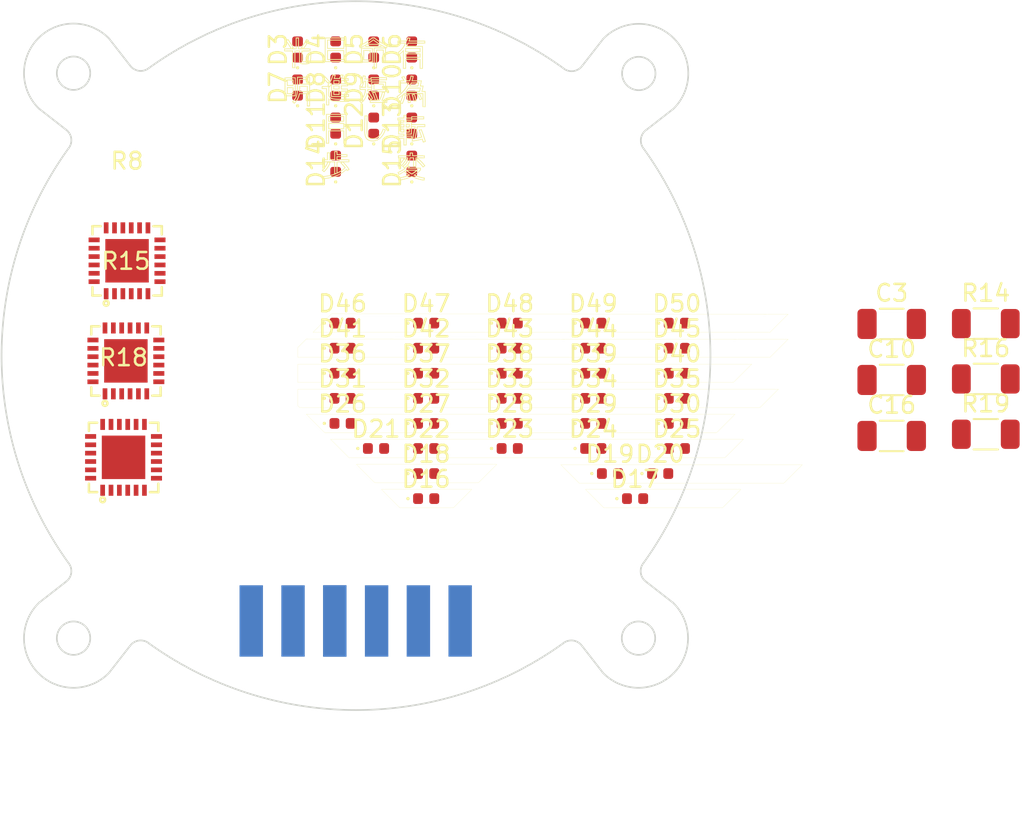
<source format=kicad_pcb>
(kicad_pcb (version 20241229) (generator "pcbnew") (generator_version "9.0")
  (layers (0 "F.Cu" signal) (2 "B.Cu" signal) (13 "F.Paste" user) (15 "B.Paste" user) (5 "F.SilkS" user "F.Silkscreen") (7 "B.SilkS" user "B.Silkscreen") (1 "F.Mask" user) (3 "B.Mask" user) (25 "Edge.Cuts" user))
  (net 0 "")
  (net 2 "GND")
  (net 3 "Net-(D3-A)")
  (net 4 "Net-(D4-A)")
  (net 7 "Net-(D5-A)")
  (net 9 "Net-(D6-A)")
  (net 10 "VDD")
  (net 11 "Net-(D7-A)")
  (net 14 "Net-(D8-A)")
  (net 15 "Net-(D9-A)")
  (net 18 "Net-(D10-A)")
  (net 20 "Net-(D11-A)")
  (net 22 "Net-(D12-A)")
  (net 23 "Net-(D13-A)")
  (net 26 "Net-(D14-A)")
  (net 27 "Net-(D15-A)")
  (net 29 "Net-(D16-A)")
  (net 30 "Net-(D17-A)")
  (net 32 "Net-(D18-A)")
  (net 34 "Net-(D19-A)")
  (net 36 "Net-(D20-A)")
  (net 38 "Net-(D21-A)")
  (net 40 "Net-(D22-A)")
  (net 43 "Net-(D23-A)")
  (net 44 "Net-(D24-A)")
  (net 47 "Net-(D25-A)")
  (net 48 "Net-(D26-A)")
  (net 50 "Net-(D27-A)")
  (net 52 "Net-(D28-A)")
  (net 55 "Net-(D29-A)")
  (net 57 "Net-(D30-A)")
  (net 59 "Net-(D31-A)")
  (net 60 "Net-(D32-A)")
  (net 63 "Net-(D33-A)")
  (net 64 "Net-(D34-A)")
  (net 66 "Net-(D35-A)")
  (net 68 "Net-(D36-A)")
  (net 70 "Net-(D37-A)")
  (net 73 "Net-(D38-A)")
  (net 74 "Net-(D39-A)")
  (net 76 "Net-(D40-A)")
  (net 78 "Net-(D41-A)")
  (net 80 "Net-(D42-A)")
  (net 82 "/OE")
  (net 83 "Net-(R8-REXT)")
  (net 84 "/LAT")
  (net 85 "Net-(R15-SDI)")
  (net 86 "/DAT")
  (net 87 "/SCLK")
  (net 88 "Net-(R15-SDO)")
  (net 89 "Net-(R15-REXT)")
  (net 91 "Net-(R18-REXT)")
  (net 94 "Net-(D43-A)")
  (net 96 "Net-(D44-A)")
  (net 97 "Net-(D45-A)")
  (net 99 "Net-(D46-A)")
  (net 101 "Net-(D47-A)")
  (net 104 "Net-(D48-A)")
  (net 106 "Net-(D49-A)")
  (net 107 "Net-(D50-A)")
  (footprint "Capacitor_SMD:C_1206_3216Metric" (layer "F.Cu") (at 104.9575 112.8)
    (property "Reference" "C16" (at 0 -1.85 0) (layer "F.SilkS"))
    (property "Value" "470n")
    (pad "1" smd roundrect (at -1.475 0) (size 1.15 1.8) (layers "F.Cu" "F.Mask" "F.Paste") (roundrect_rratio 0.217391) (net 10 "VDD"))
    (pad "2" smd roundrect (at 1.475 0) (size 1.15 1.8) (layers "F.Cu" "F.Mask" "F.Paste") (roundrect_rratio 0.217391) (net 2 "GND"))
  )
  (footprint "LED_SMD:LED_0402_1005Metric" (layer "F.Cu") (at 72.105 110.55)
    (property "Reference" "D31" (at 0 -1.17 0) (layer "F.SilkS"))
    (property "Value" "LED")
    (pad "1" smd roundrect (at -0.485 0) (size 0.59 0.64) (layers "F.Cu" "F.Mask" "F.Paste"))
    (pad "2" smd roundrect (at 0.485 0) (size 0.59 0.64) (layers "F.Cu" "F.Mask" "F.Paste") (net 59 "Net-(D31-A)"))
  )
  (footprint "LED_SMD:LED_0402_1005Metric" (layer "F.Cu") (at 72.105 106.05)
    (property "Reference" "D46" (at 0 -1.17 0) (layer "F.SilkS"))
    (property "Value" "LED")
    (pad "1" smd roundrect (at -0.485 0) (size 0.59 0.64) (layers "F.Cu" "F.Mask" "F.Paste"))
    (pad "2" smd roundrect (at 0.485 0) (size 0.59 0.64) (layers "F.Cu" "F.Mask" "F.Paste") (net 99 "Net-(D46-A)"))
  )
  (footprint "LED_SMD:LED_0402_1005Metric" (layer "F.Cu") (at 69.412517 89.68 90)
    (property "Reference" "D3" (at 0 -1.17 90) (layer "F.SilkS"))
    (property "Value" "LED")
    (pad "1" smd roundrect (at -0.485 0 90) (size 0.59 0.64) (layers "F.Cu" "F.Mask" "F.Paste"))
    (pad "2" smd roundrect (at 0.485 0 90) (size 0.59 0.64) (layers "F.Cu" "F.Mask" "F.Paste") (net 3 "Net-(D3-A)"))
  )
  (footprint "LED_SMD:LED_0402_1005Metric" (layer "F.Cu") (at 72.105 109.05)
    (property "Reference" "D36" (at 0 -1.17 0) (layer "F.SilkS"))
    (property "Value" "LED")
    (pad "1" smd roundrect (at -0.485 0) (size 0.59 0.64) (layers "F.Cu" "F.Mask" "F.Paste"))
    (pad "2" smd roundrect (at 0.485 0) (size 0.59 0.64) (layers "F.Cu" "F.Mask" "F.Paste") (net 68 "Net-(D36-A)"))
  )
  (footprint "LED_SMD:LED_0402_1005Metric" (layer "F.Cu") (at 88.105 115.05)
    (property "Reference" "D19" (at 0 -1.17 0) (layer "F.SilkS"))
    (property "Value" "LED")
    (pad "1" smd roundrect (at -0.485 0) (size 0.59 0.64) (layers "F.Cu" "F.Mask" "F.Paste"))
    (pad "2" smd roundrect (at 0.485 0) (size 0.59 0.64) (layers "F.Cu" "F.Mask" "F.Paste") (net 34 "Net-(D19-A)"))
  )
  (footprint "LED_SMD:LED_0402_1005Metric" (layer "F.Cu") (at 77.105 109.05)
    (property "Reference" "D37" (at 0 -1.17 0) (layer "F.SilkS"))
    (property "Value" "LED")
    (pad "1" smd roundrect (at -0.485 0) (size 0.59 0.64) (layers "F.Cu" "F.Mask" "F.Paste"))
    (pad "2" smd roundrect (at 0.485 0) (size 0.59 0.64) (layers "F.Cu" "F.Mask" "F.Paste") (net 70 "Net-(D37-A)"))
  )
  (footprint "LED_SMD:LED_0402_1005Metric" (layer "F.Cu") (at 77.105 116.55)
    (property "Reference" "D16" (at 0 -1.17 0) (layer "F.SilkS"))
    (property "Value" "LED")
    (pad "1" smd roundrect (at -0.485 0) (size 0.59 0.64) (layers "F.Cu" "F.Mask" "F.Paste"))
    (pad "2" smd roundrect (at 0.485 0) (size 0.59 0.64) (layers "F.Cu" "F.Mask" "F.Paste") (net 29 "Net-(D16-A)"))
  )
  (footprint "LED_SMD:LED_0402_1005Metric" (layer "F.Cu") (at 92.105 113.55)
    (property "Reference" "D25" (at 0 -1.17 0) (layer "F.SilkS"))
    (property "Value" "LED")
    (pad "1" smd roundrect (at -0.485 0) (size 0.59 0.64) (layers "F.Cu" "F.Mask" "F.Paste"))
    (pad "2" smd roundrect (at 0.485 0) (size 0.59 0.64) (layers "F.Cu" "F.Mask" "F.Paste") (net 47 "Net-(D25-A)"))
  )
  (footprint "LED_SMD:LED_0402_1005Metric" (layer "F.Cu") (at 71.690005 91.957504 90)
    (property "Reference" "D8" (at 0 -1.17 90) (layer "F.SilkS"))
    (property "Value" "LED")
    (pad "1" smd roundrect (at -0.485 0 90) (size 0.59 0.64) (layers "F.Cu" "F.Mask" "F.Paste"))
    (pad "2" smd roundrect (at 0.485 0 90) (size 0.59 0.64) (layers "F.Cu" "F.Mask" "F.Paste") (net 14 "Net-(D8-A)"))
  )
  (footprint "LED_SMD:LED_0402_1005Metric" (layer "F.Cu") (at 87.105 113.55)
    (property "Reference" "D24" (at 0 -1.17 0) (layer "F.SilkS"))
    (property "Value" "LED")
    (pad "1" smd roundrect (at -0.485 0) (size 0.59 0.64) (layers "F.Cu" "F.Mask" "F.Paste"))
    (pad "2" smd roundrect (at 0.485 0) (size 0.59 0.64) (layers "F.Cu" "F.Mask" "F.Paste") (net 44 "Net-(D24-A)"))
  )
  (footprint "Resistor_SMD:R_1206_3216Metric" (layer "F.Cu") (at 110.5875 106.08)
    (property "Reference" "R14" (at 0 -1.83 0) (layer "F.SilkS"))
    (property "Value" "510")
    (pad "1" smd roundrect (at -1.4625 0) (size 1.125 1.75) (layers "F.Cu" "F.Mask" "F.Paste") (roundrect_rratio 0.222222) (net 83 "Net-(R8-REXT)"))
    (pad "2" smd roundrect (at 1.4625 0) (size 1.125 1.75) (layers "F.Cu" "F.Mask" "F.Paste") (roundrect_rratio 0.222222) (net 2 "GND"))
  )
  (footprint "LED_SMD:LED_0402_1005Metric" (layer "F.Cu") (at 87.105 110.55)
    (property "Reference" "D34" (at 0 -1.17 0) (layer "F.SilkS"))
    (property "Value" "LED")
    (pad "1" smd roundrect (at -0.485 0) (size 0.59 0.64) (layers "F.Cu" "F.Mask" "F.Paste"))
    (pad "2" smd roundrect (at 0.485 0) (size 0.59 0.64) (layers "F.Cu" "F.Mask" "F.Paste") (net 64 "Net-(D34-A)"))
  )
  (footprint "LED_SMD:LED_0402_1005Metric" (layer "F.Cu") (at 92.105 106.05)
    (property "Reference" "D50" (at 0 -1.17 0) (layer "F.SilkS"))
    (property "Value" "LED")
    (pad "1" smd roundrect (at -0.485 0) (size 0.59 0.64) (layers "F.Cu" "F.Mask" "F.Paste"))
    (pad "2" smd roundrect (at 0.485 0) (size 0.59 0.64) (layers "F.Cu" "F.Mask" "F.Paste") (net 107 "Net-(D50-A)"))
  )
  (footprint "LED_SMD:LED_0402_1005Metric" (layer "F.Cu") (at 92.105 112.05)
    (property "Reference" "D30" (at 0 -1.17 0) (layer "F.SilkS"))
    (property "Value" "LED")
    (pad "1" smd roundrect (at -0.485 0) (size 0.59 0.64) (layers "F.Cu" "F.Mask" "F.Paste"))
    (pad "2" smd roundrect (at 0.485 0) (size 0.59 0.64) (layers "F.Cu" "F.Mask" "F.Paste") (net 57 "Net-(D30-A)"))
  )
  (footprint "LED_SMD:LED_0402_1005Metric" (layer "F.Cu") (at 71.69 89.68 90)
    (property "Reference" "D4" (at 0 -1.17 90) (layer "F.SilkS"))
    (property "Value" "LED")
    (pad "1" smd roundrect (at -0.485 0 90) (size 0.59 0.64) (layers "F.Cu" "F.Mask" "F.Paste"))
    (pad "2" smd roundrect (at 0.485 0 90) (size 0.59 0.64) (layers "F.Cu" "F.Mask" "F.Paste") (net 4 "Net-(D4-A)"))
  )
  (footprint "LED_SMD:LED_0402_1005Metric" (layer "F.Cu") (at 72.105 107.55)
    (property "Reference" "D41" (at 0 -1.17 0) (layer "F.SilkS"))
    (property "Value" "LED")
    (pad "1" smd roundrect (at -0.485 0) (size 0.59 0.64) (layers "F.Cu" "F.Mask" "F.Paste"))
    (pad "2" smd roundrect (at 0.485 0) (size 0.59 0.64) (layers "F.Cu" "F.Mask" "F.Paste") (net 78 "Net-(D41-A)"))
  )
  (footprint "LED_SMD:LED_0402_1005Metric" (layer "F.Cu") (at 74.105 113.55)
    (property "Reference" "D21" (at 0 -1.17 0) (layer "F.SilkS"))
    (property "Value" "LED")
    (pad "1" smd roundrect (at -0.485 0) (size 0.59 0.64) (layers "F.Cu" "F.Mask" "F.Paste"))
    (pad "2" smd roundrect (at 0.485 0) (size 0.59 0.64) (layers "F.Cu" "F.Mask" "F.Paste") (net 38 "Net-(D21-A)"))
  )
  (footprint "LED_SMD:LED_0402_1005Metric" (layer "F.Cu") (at 77.105 110.55)
    (property "Reference" "D32" (at 0 -1.17 0) (layer "F.SilkS"))
    (property "Value" "LED")
    (pad "1" smd roundrect (at -0.485 0) (size 0.59 0.64) (layers "F.Cu" "F.Mask" "F.Paste"))
    (pad "2" smd roundrect (at 0.485 0) (size 0.59 0.64) (layers "F.Cu" "F.Mask" "F.Paste") (net 60 "Net-(D32-A)"))
  )
  (footprint "LED_SMD:LED_0402_1005Metric" (layer "F.Cu") (at 92.105 109.05)
    (property "Reference" "D40" (at 0 -1.17 0) (layer "F.SilkS"))
    (property "Value" "LED")
    (pad "1" smd roundrect (at -0.485 0) (size 0.59 0.64) (layers "F.Cu" "F.Mask" "F.Paste"))
    (pad "2" smd roundrect (at 0.485 0) (size 0.59 0.64) (layers "F.Cu" "F.Mask" "F.Paste") (net 76 "Net-(D40-A)"))
  )
  (footprint "LED_SMD:LED_0402_1005Metric" (layer "F.Cu") (at 82.105 107.55)
    (property "Reference" "D43" (at 0 -1.17 0) (layer "F.SilkS"))
    (property "Value" "LED")
    (pad "1" smd roundrect (at -0.485 0) (size 0.59 0.64) (layers "F.Cu" "F.Mask" "F.Paste"))
    (pad "2" smd roundrect (at 0.485 0) (size 0.59 0.64) (layers "F.Cu" "F.Mask" "F.Paste") (net 94 "Net-(D43-A)"))
  )
  (footprint "LED_SMD:LED_0402_1005Metric" (layer "F.Cu") (at 87.105 112.05)
    (property "Reference" "D29" (at 0 -1.17 0) (layer "F.SilkS"))
    (property "Value" "LED")
    (pad "1" smd roundrect (at -0.485 0) (size 0.59 0.64) (layers "F.Cu" "F.Mask" "F.Paste"))
    (pad "2" smd roundrect (at 0.485 0) (size 0.59 0.64) (layers "F.Cu" "F.Mask" "F.Paste") (net 55 "Net-(D29-A)"))
  )
  (footprint "LED_SMD:LED_0402_1005Metric" (layer "F.Cu") (at 82.105 110.55)
    (property "Reference" "D33" (at 0 -1.17 0) (layer "F.SilkS"))
    (property "Value" "LED")
    (pad "1" smd roundrect (at -0.485 0) (size 0.59 0.64) (layers "F.Cu" "F.Mask" "F.Paste"))
    (pad "2" smd roundrect (at 0.485 0) (size 0.59 0.64) (layers "F.Cu" "F.Mask" "F.Paste") (net 63 "Net-(D33-A)"))
  )
  (footprint "LED_SMD:LED_0402_1005Metric" (layer "F.Cu") (at 82.105 113.55)
    (property "Reference" "D23" (at 0 -1.17 0) (layer "F.SilkS"))
    (property "Value" "LED")
    (pad "1" smd roundrect (at -0.485 0) (size 0.59 0.64) (layers "F.Cu" "F.Mask" "F.Paste"))
    (pad "2" smd roundrect (at 0.485 0) (size 0.59 0.64) (layers "F.Cu" "F.Mask" "F.Paste") (net 43 "Net-(D23-A)"))
  )
  (footprint "Capacitor_SMD:C_1206_3216Metric" (layer "F.Cu") (at 104.9575 106.1)
    (property "Reference" "C3" (at 0 -1.85 0) (layer "F.SilkS"))
    (property "Value" "470n")
    (pad "1" smd roundrect (at -1.475 0) (size 1.15 1.8) (layers "F.Cu" "F.Mask" "F.Paste") (roundrect_rratio 0.217391) (net 10 "VDD"))
    (pad "2" smd roundrect (at 1.475 0) (size 1.15 1.8) (layers "F.Cu" "F.Mask" "F.Paste") (roundrect_rratio 0.217391) (net 2 "GND"))
  )
  (footprint "easyeda2kicad:TQFN-24_L4.0-W4.0-P0.50-BL-EP2.6" (layer "F.Cu") (at 59.14 108.31)
    (property "Reference" "R15" (at 0 -5.97 0) (layer "F.SilkS"))
    (property "Value" "FM6126QC")
    (pad "1" smd rect (at -1.25 1.97 90) (size 0.66 0.28) (layers "F.Cu" "F.Mask" "F.Paste") (net 84 "/LAT"))
    (pad "2" smd rect (at -0.75 1.97 90) (size 0.66 0.28) (layers "F.Cu" "F.Mask" "F.Paste") (net 34 "Net-(D19-A)"))
    (pad "3" smd rect (at -0.25 1.97 90) (size 0.66 0.28) (layers "F.Cu" "F.Mask" "F.Paste") (net 36 "Net-(D20-A)"))
    (pad "4" smd rect (at 0.25 1.97 90) (size 0.66 0.28) (layers "F.Cu" "F.Mask" "F.Paste") (net 38 "Net-(D21-A)"))
    (pad "5" smd rect (at 0.75 1.97 90) (size 0.66 0.28) (layers "F.Cu" "F.Mask" "F.Paste") (net 40 "Net-(D22-A)"))
    (pad "6" smd rect (at 1.25 1.97 90) (size 0.66 0.28) (layers "F.Cu" "F.Mask" "F.Paste") (net 43 "Net-(D23-A)"))
    (pad "7" smd rect (at 1.97 1.25 90) (size 0.28 0.66) (layers "F.Cu" "F.Mask" "F.Paste") (net 44 "Net-(D24-A)"))
    (pad "8" smd rect (at 1.97 0.75 90) (size 0.28 0.66) (layers "F.Cu" "F.Mask" "F.Paste") (net 47 "Net-(D25-A)"))
    (pad "9" smd rect (at 1.97 0.25 90) (size 0.28 0.66) (layers "F.Cu" "F.Mask" "F.Paste") (net 48 "Net-(D26-A)"))
    (pad "10" smd rect (at 1.97 -0.25 90) (size 0.28 0.66) (layers "F.Cu" "F.Mask" "F.Paste") (net 2 "GND"))
    (pad "11" smd rect (at 1.97 -0.75 90) (size 0.28 0.66) (layers "F.Cu" "F.Mask" "F.Paste") (net 50 "Net-(D27-A)"))
    (pad "12" smd rect (at 1.97 -1.25 90) (size 0.28 0.66) (layers "F.Cu" "F.Mask" "F.Paste") (net 52 "Net-(D28-A)"))
    (pad "13" smd rect (at 1.25 -1.97 90) (size 0.66 0.28) (layers "F.Cu" "F.Mask" "F.Paste") (net 55 "Net-(D29-A)"))
    (pad "14" smd rect (at 0.75 -1.97 90) (size 0.66 0.28) (layers "F.Cu" "F.Mask" "F.Paste") (net 57 "Net-(D30-A)"))
    (pad "15" smd rect (at 0.25 -1.97 90) (size 0.66 0.28) (layers "F.Cu" "F.Mask" "F.Paste") (net 59 "Net-(D31-A)"))
    (pad "16" smd rect (at -0.25 -1.97 90) (size 0.66 0.28) (layers "F.Cu" "F.Mask" "F.Paste") (net 60 "Net-(D32-A)"))
    (pad "17" smd rect (at -0.75 -1.97 90) (size 0.66 0.28) (layers "F.Cu" "F.Mask" "F.Paste") (net 63 "Net-(D33-A)"))
    (pad "18" smd rect (at -1.25 -1.97 90) (size 0.66 0.28) (layers "F.Cu" "F.Mask" "F.Paste") (net 64 "Net-(D34-A)"))
    (pad "19" smd rect (at -1.97 -1.25 90) (size 0.28 0.66) (layers "F.Cu" "F.Mask" "F.Paste") (net 88 "Net-(R15-SDO)"))
    (pad "20" smd rect (at -1.97 -0.75 90) (size 0.28 0.66) (layers "F.Cu" "F.Mask" "F.Paste") (net 82 "/OE"))
    (pad "21" smd rect (at -1.97 -0.25 90) (size 0.28 0.66) (layers "F.Cu" "F.Mask" "F.Paste") (net 89 "Net-(R15-REXT)"))
    (pad "22" smd rect (at -1.97 0.25 90) (size 0.28 0.66) (layers "F.Cu" "F.Mask" "F.Paste") (net 10 "VDD"))
    (pad "23" smd rect (at -1.97 0.75 90) (size 0.28 0.66) (layers "F.Cu" "F.Mask" "F.Paste") (net 85 "Net-(R15-SDI)"))
    (pad "24" smd rect (at -1.97 1.25 90) (size 0.28 0.66) (layers "F.Cu" "F.Mask" "F.Paste") (net 87 "/SCLK"))
    (pad "25" smd rect (at 0 0 90) (size 2.6 2.6) (layers "F.Cu" "F.Mask" "F.Paste") (net 2 "GND"))
  )
  (footprint "LED_SMD:LED_0402_1005Metric" (layer "F.Cu") (at 87.105 107.55)
    (property "Reference" "D44" (at 0 -1.17 0) (layer "F.SilkS"))
    (property "Value" "LED")
    (pad "1" smd roundrect (at -0.485 0) (size 0.59 0.64) (layers "F.Cu" "F.Mask" "F.Paste"))
    (pad "2" smd roundrect (at 0.485 0) (size 0.59 0.64) (layers "F.Cu" "F.Mask" "F.Paste") (net 96 "Net-(D44-A)"))
  )
  (footprint "LED_SMD:LED_0402_1005Metric" (layer "F.Cu") (at 77.105 112.05)
    (property "Reference" "D27" (at 0 -1.17 0) (layer "F.SilkS"))
    (property "Value" "LED")
    (pad "1" smd roundrect (at -0.485 0) (size 0.59 0.64) (layers "F.Cu" "F.Mask" "F.Paste"))
    (pad "2" smd roundrect (at 0.485 0) (size 0.59 0.64) (layers "F.Cu" "F.Mask" "F.Paste") (net 50 "Net-(D27-A)"))
  )
  (footprint "LED_SMD:LED_0402_1005Metric" (layer "F.Cu") (at 91.105 115.05)
    (property "Reference" "D20" (at 0 -1.17 0) (layer "F.SilkS"))
    (property "Value" "LED")
    (pad "1" smd roundrect (at -0.485 0) (size 0.59 0.64) (layers "F.Cu" "F.Mask" "F.Paste"))
    (pad "2" smd roundrect (at 0.485 0) (size 0.59 0.64) (layers "F.Cu" "F.Mask" "F.Paste") (net 36 "Net-(D20-A)"))
  )
  (footprint "Capacitor_SMD:C_1206_3216Metric" (layer "F.Cu") (at 104.9575 109.45)
    (property "Reference" "C10" (at 0 -1.85 0) (layer "F.SilkS"))
    (property "Value" "470n")
    (pad "1" smd roundrect (at -1.475 0) (size 1.15 1.8) (layers "F.Cu" "F.Mask" "F.Paste") (roundrect_rratio 0.217391) (net 10 "VDD"))
    (pad "2" smd roundrect (at 1.475 0) (size 1.15 1.8) (layers "F.Cu" "F.Mask" "F.Paste") (roundrect_rratio 0.217391) (net 2 "GND"))
  )
  (footprint "LED_SMD:LED_0402_1005Metric" (layer "F.Cu") (at 82.105 106.05)
    (property "Reference" "D48" (at 0 -1.17 0) (layer "F.SilkS"))
    (property "Value" "LED")
    (pad "1" smd roundrect (at -0.485 0) (size 0.59 0.64) (layers "F.Cu" "F.Mask" "F.Paste"))
    (pad "2" smd roundrect (at 0.485 0) (size 0.59 0.64) (layers "F.Cu" "F.Mask" "F.Paste") (net 104 "Net-(D48-A)"))
  )
  (footprint "easyeda2kicad:TQFN-24_L4.0-W4.0-P0.50-BL-EP2.6" (layer "F.Cu") (at 59.21 102.32)
    (property "Reference" "R8" (at 0 -5.97 0) (layer "F.SilkS"))
    (property "Value" "FM6126QC")
    (pad "1" smd rect (at -1.25 1.97 90) (size 0.66 0.28) (layers "F.Cu" "F.Mask" "F.Paste") (net 84 "/LAT"))
    (pad "2" smd rect (at -0.75 1.97 90) (size 0.66 0.28) (layers "F.Cu" "F.Mask" "F.Paste") (net 3 "Net-(D3-A)"))
    (pad "3" smd rect (at -0.25 1.97 90) (size 0.66 0.28) (layers "F.Cu" "F.Mask" "F.Paste") (net 4 "Net-(D4-A)"))
    (pad "4" smd rect (at 0.25 1.97 90) (size 0.66 0.28) (layers "F.Cu" "F.Mask" "F.Paste") (net 7 "Net-(D5-A)"))
    (pad "5" smd rect (at 0.75 1.97 90) (size 0.66 0.28) (layers "F.Cu" "F.Mask" "F.Paste") (net 9 "Net-(D6-A)"))
    (pad "6" smd rect (at 1.25 1.97 90) (size 0.66 0.28) (layers "F.Cu" "F.Mask" "F.Paste") (net 11 "Net-(D7-A)"))
    (pad "7" smd rect (at 1.97 1.25 90) (size 0.28 0.66) (layers "F.Cu" "F.Mask" "F.Paste") (net 14 "Net-(D8-A)"))
    (pad "8" smd rect (at 1.97 0.75 90) (size 0.28 0.66) (layers "F.Cu" "F.Mask" "F.Paste") (net 15 "Net-(D9-A)"))
    (pad "9" smd rect (at 1.97 0.25 90) (size 0.28 0.66) (layers "F.Cu" "F.Mask" "F.Paste") (net 18 "Net-(D10-A)"))
    (pad "10" smd rect (at 1.97 -0.25 90) (size 0.28 0.66) (layers "F.Cu" "F.Mask" "F.Paste") (net 2 "GND"))
    (pad "11" smd rect (at 1.97 -0.75 90) (size 0.28 0.66) (layers "F.Cu" "F.Mask" "F.Paste") (net 20 "Net-(D11-A)"))
    (pad "12" smd rect (at 1.97 -1.25 90) (size 0.28 0.66) (layers "F.Cu" "F.Mask" "F.Paste") (net 22 "Net-(D12-A)"))
    (pad "13" smd rect (at 1.25 -1.97 90) (size 0.66 0.28) (layers "F.Cu" "F.Mask" "F.Paste") (net 23 "Net-(D13-A)"))
    (pad "14" smd rect (at 0.75 -1.97 90) (size 0.66 0.28) (layers "F.Cu" "F.Mask" "F.Paste") (net 26 "Net-(D14-A)"))
    (pad "15" smd rect (at 0.25 -1.97 90) (size 0.66 0.28) (layers "F.Cu" "F.Mask" "F.Paste") (net 27 "Net-(D15-A)"))
    (pad "16" smd rect (at -0.25 -1.97 90) (size 0.66 0.28) (layers "F.Cu" "F.Mask" "F.Paste") (net 29 "Net-(D16-A)"))
    (pad "17" smd rect (at -0.75 -1.97 90) (size 0.66 0.28) (layers "F.Cu" "F.Mask" "F.Paste") (net 30 "Net-(D17-A)"))
    (pad "18" smd rect (at -1.25 -1.97 90) (size 0.66 0.28) (layers "F.Cu" "F.Mask" "F.Paste") (net 32 "Net-(D18-A)"))
    (pad "19" smd rect (at -1.97 -1.25 90) (size 0.28 0.66) (layers "F.Cu" "F.Mask" "F.Paste") (net 85 "Net-(R15-SDI)"))
    (pad "20" smd rect (at -1.97 -0.75 90) (size 0.28 0.66) (layers "F.Cu" "F.Mask" "F.Paste") (net 82 "/OE"))
    (pad "21" smd rect (at -1.97 -0.25 90) (size 0.28 0.66) (layers "F.Cu" "F.Mask" "F.Paste") (net 83 "Net-(R8-REXT)"))
    (pad "22" smd rect (at -1.97 0.25 90) (size 0.28 0.66) (layers "F.Cu" "F.Mask" "F.Paste") (net 10 "VDD"))
    (pad "23" smd rect (at -1.97 0.75 90) (size 0.28 0.66) (layers "F.Cu" "F.Mask" "F.Paste") (net 86 "/DAT"))
    (pad "24" smd rect (at -1.97 1.25 90) (size 0.28 0.66) (layers "F.Cu" "F.Mask" "F.Paste") (net 87 "/SCLK"))
    (pad "25" smd rect (at 0 0 90) (size 2.6 2.6) (layers "F.Cu" "F.Mask" "F.Paste") (net 2 "GND"))
  )
  (footprint "LED_SMD:LED_0402_1005Metric" (layer "F.Cu") (at 71.689966 94.23505 90)
    (property "Reference" "D11" (at 0 -1.17 90) (layer "F.SilkS"))
    (property "Value" "LED")
    (pad "1" smd roundrect (at -0.485 0 90) (size 0.59 0.64) (layers "F.Cu" "F.Mask" "F.Paste"))
    (pad "2" smd roundrect (at 0.485 0 90) (size 0.59 0.64) (layers "F.Cu" "F.Mask" "F.Paste") (net 20 "Net-(D11-A)"))
  )
  (footprint "Resistor_SMD:R_1206_3216Metric" (layer "F.Cu") (at 110.5875 109.39)
    (property "Reference" "R16" (at 0 -1.83 0) (layer "F.SilkS"))
    (property "Value" "510")
    (pad "1" smd roundrect (at -1.4625 0) (size 1.125 1.75) (layers "F.Cu" "F.Mask" "F.Paste") (roundrect_rratio 0.222222) (net 89 "Net-(R15-REXT)"))
    (pad "2" smd roundrect (at 1.4625 0) (size 1.125 1.75) (layers "F.Cu" "F.Mask" "F.Paste") (roundrect_rratio 0.222222) (net 2 "GND"))
  )
  (footprint "LED_SMD:LED_0402_1005Metric" (layer "F.Cu") (at 72.105 112.05)
    (property "Reference" "D26" (at 0 -1.17 0) (layer "F.SilkS"))
    (property "Value" "LED")
    (pad "1" smd roundrect (at -0.485 0) (size 0.59 0.64) (layers "F.Cu" "F.Mask" "F.Paste"))
    (pad "2" smd roundrect (at 0.485 0) (size 0.59 0.64) (layers "F.Cu" "F.Mask" "F.Paste") (net 48 "Net-(D26-A)"))
  )
  (footprint "LED_SMD:LED_0402_1005Metric" (layer "F.Cu") (at 87.105 106.05)
    (property "Reference" "D49" (at 0 -1.17 0) (layer "F.SilkS"))
    (property "Value" "LED")
    (pad "1" smd roundrect (at -0.485 0) (size 0.59 0.64) (layers "F.Cu" "F.Mask" "F.Paste"))
    (pad "2" smd roundrect (at 0.485 0) (size 0.59 0.64) (layers "F.Cu" "F.Mask" "F.Paste") (net 106 "Net-(D49-A)"))
  )
  (footprint "LED_SMD:LED_0402_1005Metric" (layer "F.Cu") (at 87.105 109.05)
    (property "Reference" "D39" (at 0 -1.17 0) (layer "F.SilkS"))
    (property "Value" "LED")
    (pad "1" smd roundrect (at -0.485 0) (size 0.59 0.64) (layers "F.Cu" "F.Mask" "F.Paste"))
    (pad "2" smd roundrect (at 0.485 0) (size 0.59 0.64) (layers "F.Cu" "F.Mask" "F.Paste") (net 74 "Net-(D39-A)"))
  )
  (footprint "LED_SMD:LED_0402_1005Metric" (layer "F.Cu") (at 92.105 110.55)
    (property "Reference" "D35" (at 0 -1.17 0) (layer "F.SilkS"))
    (property "Value" "LED")
    (pad "1" smd roundrect (at -0.485 0) (size 0.59 0.64) (layers "F.Cu" "F.Mask" "F.Paste"))
    (pad "2" smd roundrect (at 0.485 0) (size 0.59 0.64) (layers "F.Cu" "F.Mask" "F.Paste") (net 66 "Net-(D35-A)"))
  )
  (footprint "LED_SMD:LED_0402_1005Metric" (layer "F.Cu") (at 76.245076 91.95744 90)
    (property "Reference" "D10" (at 0 -1.17 90) (layer "F.SilkS"))
    (property "Value" "LED")
    (pad "1" smd roundrect (at -0.485 0 90) (size 0.59 0.64) (layers "F.Cu" "F.Mask" "F.Paste"))
    (pad "2" smd roundrect (at 0.485 0 90) (size 0.59 0.64) (layers "F.Cu" "F.Mask" "F.Paste") (net 18 "Net-(D10-A)"))
  )
  (footprint "LED_SMD:LED_0402_1005Metric" (layer "F.Cu") (at 76.24495 89.679909 90)
    (property "Reference" "D6" (at 0 -1.17 90) (layer "F.SilkS"))
    (property "Value" "LED")
    (pad "1" smd roundrect (at -0.485 0 90) (size 0.59 0.64) (layers "F.Cu" "F.Mask" "F.Paste"))
    (pad "2" smd roundrect (at 0.485 0 90) (size 0.59 0.64) (layers "F.Cu" "F.Mask" "F.Paste") (net 9 "Net-(D6-A)"))
  )
  (footprint "LED_SMD:LED_0402_1005Metric" (layer "F.Cu") (at 73.967404 89.679972 90)
    (property "Reference" "D5" (at 0 -1.17 90) (layer "F.SilkS"))
    (property "Value" "LED")
    (pad "1" smd roundrect (at -0.485 0 90) (size 0.59 0.64) (layers "F.Cu" "F.Mask" "F.Paste"))
    (pad "2" smd roundrect (at 0.485 0 90) (size 0.59 0.64) (layers "F.Cu" "F.Mask" "F.Paste") (net 7 "Net-(D5-A)"))
  )
  (footprint "Resistor_SMD:R_1206_3216Metric" (layer "F.Cu") (at 110.5875 112.7)
    (property "Reference" "R19" (at 0 -1.83 0) (layer "F.SilkS"))
    (property "Value" "510")
    (pad "1" smd roundrect (at -1.4625 0) (size 1.125 1.75) (layers "F.Cu" "F.Mask" "F.Paste") (roundrect_rratio 0.222222) (net 91 "Net-(R18-REXT)"))
    (pad "2" smd roundrect (at 1.4625 0) (size 1.125 1.75) (layers "F.Cu" "F.Mask" "F.Paste") (roundrect_rratio 0.222222) (net 2 "GND"))
  )
  (footprint "LED_SMD:LED_0402_1005Metric" (layer "F.Cu") (at 77.105 107.55)
    (property "Reference" "D42" (at 0 -1.17 0) (layer "F.SilkS"))
    (property "Value" "LED")
    (pad "1" smd roundrect (at -0.485 0) (size 0.59 0.64) (layers "F.Cu" "F.Mask" "F.Paste"))
    (pad "2" smd roundrect (at 0.485 0) (size 0.59 0.64) (layers "F.Cu" "F.Mask" "F.Paste") (net 80 "Net-(D42-A)"))
  )
  (footprint "LED_SMD:LED_0402_1005Metric" (layer "F.Cu") (at 82.105 112.05)
    (property "Reference" "D28" (at 0 -1.17 0) (layer "F.SilkS"))
    (property "Value" "LED")
    (pad "1" smd roundrect (at -0.485 0) (size 0.59 0.64) (layers "F.Cu" "F.Mask" "F.Paste"))
    (pad "2" smd roundrect (at 0.485 0) (size 0.59 0.64) (layers "F.Cu" "F.Mask" "F.Paste") (net 52 "Net-(D28-A)"))
  )
  (footprint "LED_SMD:LED_0402_1005Metric" (layer "F.Cu") (at 69.412038 91.956019 90)
    (property "Reference" "D7" (at 0 -1.17 90) (layer "F.SilkS"))
    (property "Value" "LED")
    (pad "1" smd roundrect (at -0.485 0 90) (size 0.59 0.64) (layers "F.Cu" "F.Mask" "F.Paste"))
    (pad "2" smd roundrect (at 0.485 0 90) (size 0.59 0.64) (layers "F.Cu" "F.Mask" "F.Paste") (net 11 "Net-(D7-A)"))
  )
  (footprint "" (layer "F.Cu") (at 71.639954 123.86996)
    (property "Reference" "" (at 0 0 0) (layer "F.SilkS") (effects (font (size 1.27 1.27))))
    (property "Value" "")
    (pad "3" smd rect (at 0 0 270) (size 4.27 1.4) (layers "B.Cu" "B.Mask" "B.Paste"))
  )
  (footprint "LED_SMD:LED_0402_1005Metric" (layer "F.Cu") (at 71.690027 96.512486 90)
    (property "Reference" "D14" (at 0 -1.17 90) (layer "F.SilkS"))
    (property "Value" "LED")
    (pad "1" smd roundrect (at -0.485 0 90) (size 0.59 0.64) (layers "F.Cu" "F.Mask" "F.Paste"))
    (pad "2" smd roundrect (at 0.485 0 90) (size 0.59 0.64) (layers "F.Cu" "F.Mask" "F.Paste") (net 26 "Net-(D14-A)"))
  )
  (footprint "LED_SMD:LED_0402_1005Metric" (layer "F.Cu") (at 92.105 107.55)
    (property "Reference" "D45" (at 0 -1.17 0) (layer "F.SilkS"))
    (property "Value" "LED")
    (pad "1" smd roundrect (at -0.485 0) (size 0.59 0.64) (layers "F.Cu" "F.Mask" "F.Paste"))
    (pad "2" smd roundrect (at 0.485 0) (size 0.59 0.64) (layers "F.Cu" "F.Mask" "F.Paste") (net 97 "Net-(D45-A)"))
  )
  (footprint "LED_SMD:LED_0402_1005Metric" (layer "F.Cu") (at 89.605 116.55)
    (property "Reference" "D17" (at 0 -1.17 0) (layer "F.SilkS"))
    (property "Value" "LED")
    (pad "1" smd roundrect (at -0.485 0) (size 0.59 0.64) (layers "F.Cu" "F.Mask" "F.Paste"))
    (pad "2" smd roundrect (at 0.485 0) (size 0.59 0.64) (layers "F.Cu" "F.Mask" "F.Paste") (net 30 "Net-(D17-A)"))
  )
  (footprint "LED_SMD:LED_0402_1005Metric" (layer "F.Cu") (at 73.967524 94.234999 90)
    (property "Reference" "D12" (at 0 -1.17 90) (layer "F.SilkS"))
    (property "Value" "LED")
    (pad "1" smd roundrect (at -0.485 0 90) (size 0.59 0.64) (layers "F.Cu" "F.Mask" "F.Paste"))
    (pad "2" smd roundrect (at 0.485 0 90) (size 0.59 0.64) (layers "F.Cu" "F.Mask" "F.Paste") (net 22 "Net-(D12-A)"))
  )
  (footprint "LED_SMD:LED_0402_1005Metric" (layer "F.Cu") (at 77.105 115.05)
    (property "Reference" "D18" (at 0 -1.17 0) (layer "F.SilkS"))
    (property "Value" "LED")
    (pad "1" smd roundrect (at -0.485 0) (size 0.59 0.64) (layers "F.Cu" "F.Mask" "F.Paste"))
    (pad "2" smd roundrect (at 0.485 0) (size 0.59 0.64) (layers "F.Cu" "F.Mask" "F.Paste") (net 32 "Net-(D18-A)"))
  )
  (footprint "LED_SMD:LED_0402_1005Metric" (layer "F.Cu") (at 77.105 113.55)
    (property "Reference" "D22" (at 0 -1.17 0) (layer "F.SilkS"))
    (property "Value" "LED")
    (pad "1" smd roundrect (at -0.485 0) (size 0.59 0.64) (layers "F.Cu" "F.Mask" "F.Paste"))
    (pad "2" smd roundrect (at 0.485 0) (size 0.59 0.64) (layers "F.Cu" "F.Mask" "F.Paste") (net 40 "Net-(D22-A)"))
  )
  (footprint "easyeda2kicad:TQFN-24_L4.0-W4.0-P0.50-BL-EP2.6" (layer "F.Cu") (at 59 114.08)
    (property "Reference" "R18" (at 0 -5.97 0) (layer "F.SilkS"))
    (property "Value" "FM6126QC")
    (pad "1" smd rect (at -1.25 1.97 90) (size 0.66 0.28) (layers "F.Cu" "F.Mask" "F.Paste") (net 84 "/LAT"))
    (pad "2" smd rect (at -0.75 1.97 90) (size 0.66 0.28) (layers "F.Cu" "F.Mask" "F.Paste") (net 66 "Net-(D35-A)"))
    (pad "3" smd rect (at -0.25 1.97 90) (size 0.66 0.28) (layers "F.Cu" "F.Mask" "F.Paste") (net 68 "Net-(D36-A)"))
    (pad "4" smd rect (at 0.25 1.97 90) (size 0.66 0.28) (layers "F.Cu" "F.Mask" "F.Paste") (net 70 "Net-(D37-A)"))
    (pad "5" smd rect (at 0.75 1.97 90) (size 0.66 0.28) (layers "F.Cu" "F.Mask" "F.Paste") (net 73 "Net-(D38-A)"))
    (pad "6" smd rect (at 1.25 1.97 90) (size 0.66 0.28) (layers "F.Cu" "F.Mask" "F.Paste") (net 74 "Net-(D39-A)"))
    (pad "7" smd rect (at 1.97 1.25 90) (size 0.28 0.66) (layers "F.Cu" "F.Mask" "F.Paste") (net 76 "Net-(D40-A)"))
    (pad "8" smd rect (at 1.97 0.75 90) (size 0.28 0.66) (layers "F.Cu" "F.Mask" "F.Paste") (net 78 "Net-(D41-A)"))
    (pad "9" smd rect (at 1.97 0.25 90) (size 0.28 0.66) (layers "F.Cu" "F.Mask" "F.Paste") (net 80 "Net-(D42-A)"))
    (pad "10" smd rect (at 1.97 -0.25 90) (size 0.28 0.66) (layers "F.Cu" "F.Mask" "F.Paste") (net 2 "GND"))
    (pad "11" smd rect (at 1.97 -0.75 90) (size 0.28 0.66) (layers "F.Cu" "F.Mask" "F.Paste") (net 94 "Net-(D43-A)"))
    (pad "12" smd rect (at 1.97 -1.25 90) (size 0.28 0.66) (layers "F.Cu" "F.Mask" "F.Paste") (net 96 "Net-(D44-A)"))
    (pad "13" smd rect (at 1.25 -1.97 90) (size 0.66 0.28) (layers "F.Cu" "F.Mask" "F.Paste") (net 97 "Net-(D45-A)"))
    (pad "14" smd rect (at 0.75 -1.97 90) (size 0.66 0.28) (layers "F.Cu" "F.Mask" "F.Paste") (net 99 "Net-(D46-A)"))
    (pad "15" smd rect (at 0.25 -1.97 90) (size 0.66 0.28) (layers "F.Cu" "F.Mask" "F.Paste") (net 101 "Net-(D47-A)"))
    (pad "16" smd rect (at -0.25 -1.97 90) (size 0.66 0.28) (layers "F.Cu" "F.Mask" "F.Paste") (net 104 "Net-(D48-A)"))
    (pad "17" smd rect (at -0.75 -1.97 90) (size 0.66 0.28) (layers "F.Cu" "F.Mask" "F.Paste") (net 106 "Net-(D49-A)"))
    (pad "18" smd rect (at -1.25 -1.97 90) (size 0.66 0.28) (layers "F.Cu" "F.Mask" "F.Paste") (net 107 "Net-(D50-A)"))
    (pad "19" smd rect (at -1.97 -1.25 90) (size 0.28 0.66) (layers "F.Cu" "F.Mask" "F.Paste"))
    (pad "20" smd rect (at -1.97 -0.75 90) (size 0.28 0.66) (layers "F.Cu" "F.Mask" "F.Paste") (net 82 "/OE"))
    (pad "21" smd rect (at -1.97 -0.25 90) (size 0.28 0.66) (layers "F.Cu" "F.Mask" "F.Paste") (net 91 "Net-(R18-REXT)"))
    (pad "22" smd rect (at -1.97 0.25 90) (size 0.28 0.66) (layers "F.Cu" "F.Mask" "F.Paste") (net 10 "VDD"))
    (pad "23" smd rect (at -1.97 0.75 90) (size 0.28 0.66) (layers "F.Cu" "F.Mask" "F.Paste") (net 88 "Net-(R15-SDO)"))
    (pad "24" smd rect (at -1.97 1.25 90) (size 0.28 0.66) (layers "F.Cu" "F.Mask" "F.Paste") (net 87 "/SCLK"))
    (pad "25" smd rect (at 0 0 90) (size 2.6 2.6) (layers "F.Cu" "F.Mask" "F.Paste") (net 2 "GND"))
  )
  (footprint "LED_SMD:LED_0402_1005Metric" (layer "F.Cu") (at 82.105 109.05)
    (property "Reference" "D38" (at 0 -1.17 0) (layer "F.SilkS"))
    (property "Value" "LED")
    (pad "1" smd roundrect (at -0.485 0) (size 0.59 0.64) (layers "F.Cu" "F.Mask" "F.Paste"))
    (pad "2" smd roundrect (at 0.485 0) (size 0.59 0.64) (layers "F.Cu" "F.Mask" "F.Paste") (net 73 "Net-(D38-A)"))
  )
  (footprint "LED_SMD:LED_0402_1005Metric" (layer "F.Cu") (at 76.245012 96.512508 90)
    (property "Reference" "D15" (at 0 -1.17 90) (layer "F.SilkS"))
    (property "Value" "LED")
    (pad "1" smd roundrect (at -0.485 0 90) (size 0.59 0.64) (layers "F.Cu" "F.Mask" "F.Paste"))
    (pad "2" smd roundrect (at 0.485 0 90) (size 0.59 0.64) (layers "F.Cu" "F.Mask" "F.Paste") (net 27 "Net-(D15-A)"))
  )
  (footprint "LED_SMD:LED_0402_1005Metric" (layer "F.Cu") (at 73.967561 91.957565 90)
    (property "Reference" "D9" (at 0 -1.17 90) (layer "F.SilkS"))
    (property "Value" "LED")
    (pad "1" smd roundrect (at -0.485 0 90) (size 0.59 0.64) (layers "F.Cu" "F.Mask" "F.Paste"))
    (pad "2" smd roundrect (at 0.485 0 90) (size 0.59 0.64) (layers "F.Cu" "F.Mask" "F.Paste") (net 15 "Net-(D9-A)"))
  )
  (footprint "LED_SMD:LED_0402_1005Metric" (layer "F.Cu") (at 76.245016 94.235008 90)
    (property "Reference" "D13" (at 0 -1.17 90) (layer "F.SilkS"))
    (property "Value" "LED")
    (pad "1" smd roundrect (at -0.485 0 90) (size 0.59 0.64) (layers "F.Cu" "F.Mask" "F.Paste"))
    (pad "2" smd roundrect (at 0.485 0 90) (size 0.59 0.64) (layers "F.Cu" "F.Mask" "F.Paste") (net 23 "Net-(D13-A)"))
  )
  (footprint "LED_SMD:LED_0402_1005Metric" (layer "F.Cu") (at 77.105 106.05)
    (property "Reference" "D47" (at 0 -1.17 0) (layer "F.SilkS"))
    (property "Value" "LED")
    (pad "1" smd roundrect (at -0.485 0) (size 0.59 0.64) (layers "F.Cu" "F.Mask" "F.Paste"))
    (pad "2" smd roundrect (at 0.485 0) (size 0.59 0.64) (layers "F.Cu" "F.Mask" "F.Paste") (net 101 "Net-(D47-A)"))
  )
  (footprint "local:CONN-SMD_GT-BTP25006-0300A-010A" (layer "B.Cu") (at 72.889954 120.50496 180)
    (property "Reference" "REF**" (hide yes))
    (property "Value" "CONN-SMD_GT-BTP25006-0300A-010A_Connector")
    (pad "1" smd rect (at 6.25 -3.365 270) (size 4.27 1.4) (layers "B.Cu" "B.Mask" "B.Paste"))
    (pad "2" smd rect (at 3.75 -3.365 270) (size 4.27 1.4) (layers "B.Cu" "B.Mask" "B.Paste"))
    (pad "3" smd rect (at 1.25 -3.365 270) (size 4.27 1.4) (layers "B.Cu" "B.Mask" "B.Paste"))
    (pad "4" smd rect (at -1.25 -3.365 270) (size 4.27 1.4) (layers "B.Cu" "B.Mask" "B.Paste"))
    (pad "5" smd rect (at -3.75 -3.365 270) (size 4.27 1.4) (layers "B.Cu" "B.Mask" "B.Paste"))
    (pad "6" smd rect (at -6.25 -3.365 270) (size 4.27 1.4) (layers "B.Cu" "B.Mask" "B.Paste"))
  )
  (gr_poly (pts (xy 69.433595 111) (xy 69.533595 111.1) (xy 97.083595 111.1) (xy 98.183595 110) (xy 69.433595 110)) (stroke (width 0.01)) (fill no) (layer "F.SilkS"))
  (gr_poly (pts (xy 74.017994 88.965659) (xy 74.031689 88.976254) (xy 74.113466 89.038746) (xy 74.198403 89.099771) (xy 74.286495 89.159315) (xy 74.377734 89.217366) (xy 74.472113 89.273909) (xy 74.569625 89.328933) (xy 74.670264 89.382422) (xy 74.774021 89.434365) (xy 74.816911 89.45581) (xy 74.745598 89.616782) (xy 74.700638 89.595337) (xy 74.700638 90.476162) (xy 74.516153 90.476162) (xy 74.516153 89.737964) (xy 74.157777 89.737964) (xy 74.157777 90.807408) (xy 73.972259 90.807408) (xy 73.972259 90.75728) (xy 74.021608 90.75728) (xy 74.107908 90.75728) (xy 74.107908 89.687578) (xy 74.566019 89.687578) (xy 74.566019 90.426551) (xy 74.65051 90.426551) (xy 74.65051 89.613681) (xy 74.021608 89.613681) (xy 74.021608 90.75728) (xy 73.972259 90.75728) (xy 73.972259 89.563298) (xy 74.646894 89.563298) (xy 74.618008 89.549335) (xy 74.590261 89.536428) (xy 74.536931 89.512156) (xy 74.510718 89.499979) (xy 74.484387 89.48723) (xy 74.457623 89.473504) (xy 74.430112 89.458395) (xy 74.430112 89.524024) (xy 73.461437 89.524024) (xy 73.461437 89.474154) (xy 73.51182 89.474154) (xy 74.379984 89.474154) (xy 74.379984 89.39664) (xy 73.51182 89.39664) (xy 73.51182 89.474154) (xy 73.461437 89.474154) (xy 73.461437 89.448318) (xy 73.401984 89.482305) (xy 73.34218 89.515468) (xy 73.311653 89.531861) (xy 73.280446 89.548193) (xy 73.24836 89.564513) (xy 73.215199 89.580868) (xy 73.911539 89.580868) (xy 73.911539 90.45575) (xy 73.212357 90.45575) (xy 73.212357 90.405882) (xy 73.261965 90.405882) (xy 73.861411 90.405882) (xy 73.861411 89.630736) (xy 73.261965 89.630736) (xy 73.261965 90.405882) (xy 73.212357 90.405882) (xy 73.212357 89.582677) (xy 73.21097 89.58338) (xy 73.209629 89.58412) (xy 73.208326 89.58489) (xy 73.207055 89.585686) (xy 73.204584 89.587335) (xy 73.202162 89.589024) (xy 73.199739 89.59071) (xy 73.197263 89.592352) (xy 73.195988 89.593144) (xy 73.194681 89.593909) (xy 73.193334 89.594641) (xy 73.191942 89.595337) (xy 73.145952 89.616782) (xy 73.085055 89.479322) (xy 73.139751 89.479322) (xy 73.170756 89.54986) (xy 73.276693 89.497561) (xy 73.380046 89.443156) (xy 73.480815 89.386648) (xy 73.548051 89.346513) (xy 73.628092 89.346513) (xy 74.252085 89.346513) (xy 74.209928 89.319942) (xy 74.170076 89.293963) (xy 74.13193 89.268238) (xy 74.094893 89.242427) (xy 74.058369 89.216191) (xy 74.021761 89.189191) (xy 73.945902 89.13154) (xy 73.869747 89.189624) (xy 73.832607 89.217003) (xy 73.795153 89.243582) (xy 73.756679 89.269591) (xy 73.716481 89.295262) (xy 73.673853 89.320826) (xy 73.628092 89.346513) (xy 73.548051 89.346513) (xy 73.579 89.328039) (xy 73.674601 89.26733) (xy 73.767619 89.204524) (xy 73.858053 89.139623) (xy 73.945903 89.072628) (xy 74.033753 89.139623) (xy 74.124187 89.204524) (xy 74.217204 89.26733) (xy 74.312805 89.328039) (xy 74.410991 89.386648) (xy 74.51176 89.443156) (xy 74.615113 89.497561) (xy 74.721049 89.54986) (xy 74.752054 89.479322) (xy 74.647244 89.426857) (xy 74.545551 89.37282) (xy 74.446975 89.317213) (xy 74.351519 89.260041) (xy 74.259186 89.201309) (xy 74.169976 89.141019) (xy 74.083893 89.079176) (xy 74.000937 89.015784) (xy 73.890868 89.015784) (xy 73.807913 89.079176) (xy 73.72183 89.141019) (xy 73.63262 89.201309) (xy 73.540287 89.260041) (xy 73.444831 89.317213) (xy 73.346255 89.37282) (xy 73.244561 89.426857) (xy 73.139751 89.479322) (xy 73.085055 89.479322) (xy 73.074638 89.45581) (xy 73.117788 89.434365) (xy 73.221534 89.382422) (xy 73.322143 89.328932) (xy 73.419614 89.273909) (xy 73.513946 89.217365) (xy 73.605137 89.159315) (xy 73.693188 89.09977) (xy 73.778096 89.038745) (xy 73.859862 88.976253) (xy 73.873557 88.965658)) (fill yes) (layer "F.SilkS"))
  (gr_poly (pts (xy 70.021666 91.854719) (xy 70.021666 92.22343) (xy 69.503351 92.22343) (xy 69.505772 92.198557) (xy 69.507871 92.173893) (xy 69.507876 92.173821) (xy 69.555545 92.173821) (xy 69.97154 92.173821) (xy 69.97154 91.905103) (xy 69.563296 91.905103) (xy 69.563295 92.03016) (xy 69.563114 92.047621) (xy 69.562604 92.065296) (xy 69.561818 92.083148) (xy 69.560808 92.101142) (xy 69.558317 92.137412) (xy 69.555545 92.173821) (xy 69.507876 92.173821) (xy 69.509647 92.149441) (xy 69.511101 92.125202) (xy 69.512232 92.101178) (xy 69.51304 92.077371) (xy 69.513525 92.053784) (xy 69.513686 92.030419) (xy 69.513686 91.854719)) (fill yes) (layer "F.SilkS"))
  (gr_poly (pts (xy 71.92298 91.515373) (xy 71.92298 91.756702) (xy 71.552718 91.756702) (xy 71.552718 91.706576) (xy 71.602583 91.706576) (xy 71.87311 91.706576) (xy 71.87311 91.564983) (xy 71.602583 91.564983) (xy 71.602583 91.706576) (xy 71.552718 91.706576) (xy 71.552718 91.515373)) (fill yes) (layer "F.SilkS"))
  (gr_poly (pts (xy 75.799091 94.413128) (xy 75.799091 94.647478) (xy 75.564738 94.647478) (xy 75.564738 94.597871) (xy 75.614606 94.597871) (xy 75.749481 94.597871) (xy 75.749481 94.462996) (xy 75.614606 94.462996) (xy 75.614606 94.597871) (xy 75.564738 94.597871) (xy 75.564738 94.413126)) (fill yes) (layer "F.SilkS"))
  (gr_poly (pts (xy 71.603808 91.180461) (xy 71.647592 91.189317) (xy 71.691469 91.19782) (xy 71.678809 91.248721) (xy 71.674512 91.264405) (xy 71.669586 91.281011) (xy 71.658293 91.316354) (xy 71.633074 91.39109) (xy 71.906447 91.39109) (xy 71.915634 91.3708) (xy 71.924775 91.349888) (xy 71.933868 91.328252) (xy 71.942911 91.305786) (xy 71.951901 91.282389) (xy 71.960837 91.257956) (xy 71.969716 91.232385) (xy 71.978536 91.205571) (xy 71.992231 91.163716) (xy 72.171031 91.197821) (xy 72.153461 91.252598) (xy 72.14767 91.269398) (xy 72.141464 91.286415) (xy 72.134918 91.303615) (xy 72.128107 91.320962) (xy 72.099718 91.391091) (xy 72.464036 91.391091) (xy 72.464036 91.564977) (xy 72.053725 91.564977) (xy 72.053725 91.706571) (xy 72.427863 91.706571) (xy 72.427863 91.877619) (xy 72.053725 91.877619) (xy 72.053725 92.023864) (xy 72.427863 92.023864) (xy 72.427863 92.19388) (xy 72.053725 92.19388) (xy 72.053725 92.347358) (xy 72.489357 92.347358) (xy 72.489357 92.519958) (xy 71.418106 92.519958) (xy 71.418106 91.811216) (xy 71.410971 91.822775) (xy 71.404042 91.834753) (xy 71.390427 91.859204) (xy 71.383552 91.871296) (xy 71.376505 91.883045) (xy 71.372888 91.888731) (xy 71.369192 91.894259) (xy 71.365407 91.899607) (xy 71.36152 91.90475) (xy 71.326379 91.948675) (xy 71.302864 91.92542) (xy 71.302864 92.435208) (xy 71.311238 92.449223) (xy 71.319887 92.462641) (xy 71.328824 92.475464) (xy 71.338061 92.487695) (xy 71.34761 92.499339) (xy 71.357483 92.510397) (xy 71.367693 92.520872) (xy 71.378252 92.530769) (xy 71.389172 92.540089) (xy 71.400466 92.548837) (xy 71.412145 92.557015) (xy 71.424223 92.564625) (xy 71.43671 92.571673) (xy 71.44962 92.578159) (xy 71.462964 92.584088) (xy 71.476756 92.589462) (xy 71.491948 92.59459) (xy 71.508646 92.599466) (xy 71.546511 92.608421) (xy 71.590255 92.616238) (xy 71.63978 92.62283) (xy 71.694992 92.628109) (xy 71.755794 92.631989) (xy 71.82209 92.63438) (xy 71.893784 92.635197) (xy 72.510801 92.635197) (xy 72.503051 92.811155) (xy 71.88991 92.811155) (xy 71.817025 92.810385) (xy 71.748579 92.808043) (xy 71.684515 92.804083) (xy 71.624775 92.798462) (xy 71.596509 92.795013) (xy 71.569303 92.791133) (xy 71.54315 92.786813) (xy 71.518042 92.78205) (xy 71.493972 92.776838) (xy 71.470934 92.77117) (xy 71.44892 92.765041) (xy 71.427923 92.758445) (xy 71.422382 92.756537) (xy 71.417037 92.754505) (xy 71.411878 92.752356) (xy 71.406897 92.750095) (xy 71.402084 92.747728) (xy 71.39743 92.74526) (xy 71.392927 92.742698) (xy 71.388565 92.740047) (xy 71.380228 92.734501) (xy 71.37235 92.728668) (xy 71.364856 92.722594) (xy 71.357676 92.716325) (xy 71.350737 92.709907) (xy 71.343967 92.703386) (xy 71.330646 92.690216) (xy 71.317138 92.677183) (xy 71.310134 92.670832) (xy 71.302866 92.664653) (xy 71.302866 93.020962) (xy 71.118381 93.020962) (xy 71.118381 92.042468) (xy 70.858448 92.042468) (xy 70.858448 91.9169) (xy 70.908311 91.9169) (xy 70.908319 91.992606) (xy 71.16851 91.992606) (xy 71.16851 92.9711) (xy 71.253001 92.9711) (xy 71.253001 92.573191) (xy 71.258794 92.584225) (xy 71.265409 92.594935) (xy 71.272844 92.60532) (xy 71.2811 92.61538) (xy 71.290177 92.625117) (xy 71.300075 92.63453) (xy 71.310794 92.643619) (xy 71.322333 92.652385) (xy 71.334694 92.660828) (xy 71.347875 92.668949) (xy 71.361878 92.676747) (xy 71.376701 92.684222) (xy 71.392346 92.691376) (xy 71.408811 92.698208) (xy 71.426097 92.704719) (xy 71.444204 92.710908) (xy 71.463507 92.716957) (xy 71.48395 92.722613) (xy 71.528259 92.732751) (xy 71.577135 92.741323) (xy 71.630583 92.748333) (xy 71.688607 92.753781) (xy 71.75121 92.75767) (xy 71.818397 92.760002) (xy 71.890171 92.760778) (xy 72.455253 92.760778) (xy 72.458603 92.685072) (xy 71.89378 92.685072) (xy 71.821057 92.684315) (xy 71.753608 92.682044) (xy 71.691435 92.678262) (xy 71.662326 92.675805) (xy 71.634537 92.67297) (xy 71.608066 92.669759) (xy 71.582914 92.666172) (xy 71.559081 92.662208) (xy 71.536567 92.657868) (xy 71.515372 92.653152) (xy 71.495495 92.648061) (xy 71.476937 92.642594) (xy 71.459698 92.636752) (xy 71.443348 92.630389) (xy 71.427454 92.623356) (xy 71.412019 92.615653) (xy 71.397041 92.60728) (xy 71.38252 92.598237) (xy 71.368457 92.588522) (xy 71.354852 92.578134) (xy 71.341704 92.567075) (xy 71.329013 92.555343) (xy 71.316781 92.542937) (xy 71.305005 92.529858) (xy 71.293688 92.516104) (xy 71.282828 92.501675) (xy 71.272425 92.486571) (xy 71.26248 92.470791) (xy 71.252992 92.454334) (xy 71.252992 91.9169) (xy 70.908311 91.9169) (xy 70.858448 91.9169) (xy 70.858448 91.866769) (xy 71.244213 91.866769) (xy 71.19357 91.815868) (xy 71.196793 91.811732) (xy 71.259713 91.811732) (xy 71.321725 91.873744) (xy 71.341726 91.847341) (xy 71.361249 91.819807) (xy 71.380291 91.791143) (xy 71.398851 91.761348) (xy 71.416927 91.730423) (xy 71.434516 91.698367) (xy 71.451617 91.665181) (xy 71.468228 91.630865) (xy 71.468228 92.469832) (xy 72.439744 92.469832) (xy 72.439744 92.397485) (xy 72.003853 92.397485) (xy 72.003853 92.14427) (xy 72.377732 92.14427) (xy 72.377732 92.073474) (xy 72.003853 92.073474) (xy 72.003853 91.827235) (xy 72.377732 91.827235) (xy 72.377732 91.756697) (xy 72.003853 91.756697) (xy 72.003853 91.515368) (xy 72.413906 91.515368) (xy 72.413906 91.441471) (xy 72.026333 91.441471) (xy 72.037748 91.414898) (xy 72.048738 91.388583) (xy 72.059302 91.362529) (xy 72.069438 91.33674) (xy 72.079143 91.31122) (xy 72.088416 91.285973) (xy 72.097255 91.261003) (xy 72.105656 91.236315) (xy 72.026333 91.220815) (xy 72.015947 91.252528) (xy 72.00546 91.283069) (xy 71.994869 91.312434) (xy 71.984172 91.340618) (xy 71.973368 91.367618) (xy 71.962455 91.39343) (xy 71.95143 91.41805) (xy 71.940291 91.441473) (xy 71.564604 91.441473) (xy 71.575054 91.412263) (xy 71.584871 91.384064) (xy 71.594049 91.356879) (xy 71.602586 91.330713) (xy 71.610476 91.30557) (xy 71.617717 91.281454) (xy 71.624304 91.258368) (xy 71.630233 91.236317) (xy 71.549101 91.220817) (xy 71.549101 91.220812) (xy 71.536868 91.26309) (xy 71.523855 91.304656) (xy 71.510061 91.34551) (xy 71.495486 91.385652) (xy 71.480132 91.425082) (xy 71.463996 91.4638) (xy 71.44708 91.501805) (xy 71.429384 91.539096) (xy 71.410907 91.575675) (xy 71.391649 91.61154) (xy 71.371611 91.646691) (xy 71.350793 91.681128) (xy 71.329194 91.714851) (xy 71.306814 91.74786) (xy 71.283654 91.780154) (xy 71.259713 91.811732) (xy 71.196793 91.811732) (xy 71.22096 91.780728) (xy 71.241298 91.755446) (xy 71.253822 91.739132) (xy 71.260192 91.730409) (xy 71.266453 91.721444) (xy 71.272467 91.712337) (xy 71.278097 91.703189) (xy 71.283206 91.694101) (xy 71.287658 91.685173) (xy 71.291315 91.676507) (xy 71.292803 91.672304) (xy 71.294041 91.668204) (xy 71.295012 91.664219) (xy 71.295698 91.660363) (xy 71.296083 91.656648) (xy 71.296149 91.653087) (xy 71.225611 91.725175) (xy 71.192536 91.68797) (xy 71.157805 91.648852) (xy 71.122812 91.610095) (xy 71.087554 91.571704) (xy 71.052032 91.533685) (xy 71.016245 91.496041) (xy 70.980191 91.458776) (xy 70.94387 91.421896) (xy 70.907282 91.385405) (xy 70.872128 91.350008) (xy 70.942936 91.350008) (xy 70.979833 91.386801) (xy 71.016454 91.42397) (xy 71.052802 91.461516) (xy 71.088879 91.499439) (xy 71.124687 91.537739) (xy 71.160228 91.576416) (xy 71.195503 91.615469) (xy 71.230516 91.654899) (xy 71.289168 91.603223) (xy 71.257913 91.567918) (xy 71.2253 91.531764) (xy 71.156015 91.456892) (xy 71.081348 91.378575) (xy 71.001331 91.296781) (xy 70.942936 91.350008) (xy 70.872128 91.350008) (xy 70.870332 91.3482) (xy 71.00314 91.227019) (xy 71.037245 91.261383) (xy 71.078764 91.303916) (xy 71.120436 91.347645) (xy 71.16177 91.391894) (xy 71.202279 91.435986) (xy 71.278862 91.521) (xy 71.34627 91.59728) (xy 71.371977 91.544603) (xy 71.396515 91.491528) (xy 71.419833 91.438014) (xy 71.441877 91.384019) (xy 71.462597 91.329504) (xy 71.481939 91.274427) (xy 71.499853 91.218747) (xy 71.516286 91.162423) (xy 71.516286 91.16242)) (fill yes) (layer "F.SilkS"))
  (gr_poly (pts (xy 76.164444 88.986586) (xy 76.14894 89.042138) (xy 76.144176 89.058198) (xy 76.139577 89.073085) (xy 76.130753 89.10026) (xy 76.1138 89.150659) (xy 77.049403 89.150659) (xy 77.049403 89.324291) (xy 76.044296 89.324291) (xy 76.035728 89.342913) (xy 76.027004 89.361235) (xy 76.01814 89.379295) (xy 76.009149 89.397127) (xy 75.990845 89.432258) (xy 75.972207 89.466918) (xy 76.908585 89.466918) (xy 76.908585 90.835052) (xy 76.71919 90.835052) (xy 76.71919 90.292191) (xy 75.902702 90.292191) (xy 75.902702 90.835052) (xy 75.714342 90.835052) (xy 75.714342 89.804882) (xy 75.656345 89.86515) (xy 75.626924 89.894906) (xy 75.596945 89.924225) (xy 75.566202 89.952965) (xy 75.534489 89.980989) (xy 75.518205 89.994688) (xy 75.5016 90.008155) (xy 75.48465 90.021374) (xy 75.467328 90.034326) (xy 75.420303 90.068432) (xy 75.341329 89.920121) (xy 75.397823 89.920121) (xy 75.437355 89.994276) (xy 75.483167 89.959745) (xy 75.527586 89.92419) (xy 75.57061 89.887613) (xy 75.612236 89.850013) (xy 75.652463 89.81139) (xy 75.67205 89.791695) (xy 75.691288 89.771745) (xy 75.710174 89.751538) (xy 75.728709 89.731077) (xy 75.746893 89.710359) (xy 75.764725 89.689385) (xy 75.764725 90.784926) (xy 75.852575 90.784926) (xy 75.852575 90.242323) (xy 76.768798 90.242323) (xy 76.768798 90.784926) (xy 76.858458 90.784926) (xy 76.858458 89.517045) (xy 75.890299 89.517045) (xy 75.906933 89.488757) (xy 75.923243 89.459877) (xy 75.939231 89.430406) (xy 75.954895 89.400342) (xy 75.970237 89.369686) (xy 75.985255 89.338438) (xy 75.99995 89.306598) (xy 76.014323 89.274165) (xy 76.999793 89.274165) (xy 76.999793 89.20001) (xy 76.045328 89.20001) (xy 76.057844 89.164724) (xy 76.071253 89.124304) (xy 76.085523 89.078715) (xy 76.100622 89.027927) (xy 76.014322 89.015783) (xy 76.006174 89.042775) (xy 75.998093 89.06863) (xy 75.990073 89.093351) (xy 75.98211 89.11694) (xy 75.974202 89.139398) (xy 75.966344 89.160727) (xy 75.958531 89.180931) (xy 75.95076 89.20001) (xy 75.439164 89.20001) (xy 75.439164 89.274165) (xy 75.921305 89.274165) (xy 75.899154 89.323019) (xy 75.875765 89.370534) (xy 75.851138 89.416707) (xy 75.825273 89.461535) (xy 75.79817 89.505019) (xy 75.784154 89.526255) (xy 75.769828 89.547154) (xy 75.755193 89.567716) (xy 75.740249 89.58794) (xy 75.724995 89.607826) (xy 75.709431 89.627374) (xy 75.67706 89.665858) (xy 75.642817 89.703798) (xy 75.606698 89.741196) (xy 75.568699 89.778054) (xy 75.528816 89.814373) (xy 75.487045 89.850156) (xy 75.443382 89.885404) (xy 75.397823 89.920121) (xy 75.341329 89.920121) (xy 75.333486 89.905393) (xy 75.367591 89.880072) (xy 75.412072 89.84618) (xy 75.4336 89.829055) (xy 75.454654 89.811812) (xy 75.475235 89.794451) (xy 75.495341 89.776972) (xy 75.514974 89.759376) (xy 75.534135 89.741664) (xy 75.552822 89.723837) (xy 75.571036 89.705894) (xy 75.588779 89.687837) (xy 75.606049 89.669665) (xy 75.622848 89.651381) (xy 75.639175 89.632983) (xy 75.65503 89.614473) (xy 75.670415 89.595851) (xy 75.682292 89.580828) (xy 75.693864 89.565448) (xy 75.705149 89.549732) (xy 75.716163 89.5337) (xy 75.737447 89.500774) (xy 75.757855 89.466836) (xy 75.777523 89.432052) (xy 75.796587 89.39659) (xy 75.815186 89.360614) (xy 75.833455 89.324291) (xy 75.389038 89.324291) (xy 75.389038 89.150659) (xy 75.915621 89.150659) (xy 75.928052 89.117726) (xy 75.940499 89.082378) (xy 75.953169 89.043771) (xy 75.966264 89.001055) (xy 75.978924 88.960231)) (fill yes) (layer "F.SilkS"))
  (gr_poly (pts (xy 73.60641 93.623728) (xy 73.60461 93.674629) (xy 73.596381 93.90677) (xy 73.590577 94.11801) (xy 73.587138 94.308258) (xy 73.586005 94.477422) (xy 73.586355 94.520338) (xy 73.587397 94.561063) (xy 73.589118 94.599583) (xy 73.591505 94.635882) (xy 73.594545 94.669943) (xy 73.598224 94.70175) (xy 73.60253 94.731289) (xy 73.607449 94.758542) (xy 73.610141 94.7713) (xy 73.61301 94.783579) (xy 73.616052 94.795385) (xy 73.619262 94.806721) (xy 73.622634 94.817593) (xy 73.626163 94.828006) (xy 73.629843 94.837963) (xy 73.633671 94.84747) (xy 73.63764 94.856532) (xy 73.641745 94.865153) (xy 73.645981 94.873338) (xy 73.650343 94.881092) (xy 73.654826 94.888419) (xy 73.659424 94.895324) (xy 73.664132 94.901812) (xy 73.668945 94.907887) (xy 73.674467 94.914143) (xy 73.68004 94.920085) (xy 73.685665 94.92572) (xy 73.691347 94.931052) (xy 73.697087 94.936088) (xy 73.702887 94.940833) (xy 73.708751 94.945293) (xy 73.714681 94.949472) (xy 73.72068 94.953378) (xy 73.72675 94.957016) (xy 73.732893 94.96039) (xy 73.739113 94.963508) (xy 73.745411 94.966373) (xy 73.751791 94.968993) (xy 73.758255 94.971372) (xy 73.764805 94.973516) (xy 73.779622 94.977633) (xy 73.795911 94.981298) (xy 73.813675 94.984481) (xy 73.832917 94.987152) (xy 73.853642 94.989281) (xy 73.875852 94.990839) (xy 73.899551 94.991796) (xy 73.924743 94.992121) (xy 73.946573 94.991619) (xy 73.968161 94.990105) (xy 73.989518 94.98757) (xy 74.010652 94.984004) (xy 74.031572 94.979398) (xy 74.052286 94.973741) (xy 74.072803 94.967024) (xy 74.093132 94.959236) (xy 74.113281 94.950369) (xy 74.133261 94.940413) (xy 74.153078 94.929357) (xy 74.172743 94.917192) (xy 74.192263 94.903908) (xy 74.211648 94.889496) (xy 74.230906 94.873945) (xy 74.250046 94.857246) (xy 74.250046 94.856196) (xy 74.26908 94.838478) (xy 74.287692 94.819801) (xy 74.305877 94.800161) (xy 74.323633 94.779555) (xy 74.340956 94.757979) (xy 74.357842 94.735431) (xy 74.374289 94.711907) (xy 74.390293 94.687403) (xy 74.405851 94.661916) (xy 74.420959 94.635443) (xy 74.435613 94.60798) (xy 74.449811 94.579525) (xy 74.463549 94.550072) (xy 74.476823 94.51962) (xy 74.489631 94.488165) (xy 74.501969 94.455703) (xy 74.519539 94.407903) (xy 74.689554 94.476374) (xy 74.673019 94.521334) (xy 74.658739 94.559166) (xy 74.64382 94.595975) (xy 74.628259 94.631759) (xy 74.612055 94.666513) (xy 74.595203 94.700232) (xy 74.577701 94.732913) (xy 74.559547 94.764551) (xy 74.540737 94.795142) (xy 74.521269 94.824682) (xy 74.50114 94.853166) (xy 74.480346 94.88059) (xy 74.458886 94.906951) (xy 74.436756 94.932243) (xy 74.413954 94.956462) (xy 74.390476 94.979605) (xy 74.36632 95.001667) (xy 74.341635 95.022292) (xy 74.316507 95.041645) (xy 74.290945 95.059719) (xy 74.264964 95.076506) (xy 74.238573 95.091996) (xy 74.211786 95.106183) (xy 74.184615 95.119057) (xy 74.15707 95.130611) (xy 74.129166 95.140836) (xy 74.100912 95.149725) (xy 74.072323 95.157268) (xy 74.043408 95.163459) (xy 74.014181 95.168288) (xy 73.984654 95.171747) (xy 73.954837 95.173829) (xy 73.924745 95.174524) (xy 73.890045 95.173931) (xy 73.856426 95.172142) (xy 73.823911 95.169142) (xy 73.792521 95.164918) (xy 73.76228 95.159455) (xy 73.733209 95.152739) (xy 73.705331 95.144756) (xy 73.67867 95.135492) (xy 73.653247 95.124933) (xy 73.629084 95.113063) (xy 73.606205 95.09987) (xy 73.595254 95.092773) (xy 73.584632 95.085339) (xy 73.574343 95.077568) (xy 73.564388 95.069456) (xy 73.554771 95.061003) (xy 73.545494 95.052207) (xy 73.536561 95.043065) (xy 73.527974 95.033577) (xy 73.519736 95.02374) (xy 73.51185 95.013552) (xy 73.5108 95.013552) (xy 73.5108 95.012502) (xy 73.496184 94.99097) (xy 73.482705 94.967894) (xy 73.470337 94.943265) (xy 73.459053 94.917072) (xy 73.448825 94.889308) (xy 73.439627 94.859961) (xy 73.431433 94.829023) (xy 73.424215 94.796484) (xy 73.417946 94.762335) (xy 73.4126 94.726565) (xy 73.408151 94.689166) (xy 73.40457 94.650128) (xy 73.401832 94.609441) (xy 73.399909 94.567095) (xy 73.398403 94.477392) (xy 73.398406 94.476864) (xy 73.447999 94.476864) (xy 73.448403 94.521637) (xy 73.449614 94.56466) (xy 73.451633 94.605934) (xy 73.454459 94.645458) (xy 73.458092 94.683233) (xy 73.462533 94.719259) (xy 73.467782 94.753535) (xy 73.473838 94.786062) (xy 73.480701 94.816839) (xy 73.488372 94.845866) (xy 73.49685 94.873144) (xy 73.506135 94.898673) (xy 73.516229 94.922452) (xy 73.527129 94.944482) (xy 73.538837 94.964762) (xy 73.551352 94.983293) (xy 73.565127 95.000398) (xy 73.580182 95.016402) (xy 73.596516 95.031303) (xy 73.614131 95.045103) (xy 73.633025 95.057799) (xy 73.653198 95.069394) (xy 73.67465 95.079885) (xy 73.697381 95.089273) (xy 73.72139 95.097557) (xy 73.746678 95.104738) (xy 73.773243 95.110814) (xy 73.801086 95.115787) (xy 73.830207 95.119654) (xy 73.860605 95.122417) (xy 73.89228 95.124076) (xy 73.925231 95.124628) (xy 73.953068 95.124002) (xy 73.980595 95.122125) (xy 74.007813 95.118996) (xy 74.034721 95.114616) (xy 74.061319 95.108984) (xy 74.087608 95.102101) (xy 74.113588 95.093966) (xy 74.139258 95.084579) (xy 74.164618 95.073941) (xy 74.189669 95.062052) (xy 74.214411 95.04891) (xy 74.238843 95.034518) (xy 74.262965 95.018873) (xy 74.286778 95.001978) (xy 74.310281 94.98383) (xy 74.333475 94.964431) (xy 74.356217 94.94366) (xy 74.378365 94.921825) (xy 74.39992 94.898928) (xy 74.420881 94.874967) (xy 74.441249 94.849943) (xy 74.461024 94.823855) (xy 74.480207 94.796705) (xy 74.498797 94.768492) (xy 74.516795 94.739215) (xy 74.534201 94.708875) (xy 74.551015 94.677473) (xy 74.567238 94.645007) (xy 74.58287 94.611478) (xy 74.597911 94.576885) (xy 74.612362 94.54123) (xy 74.626222 94.504512) (xy 74.548707 94.473507) (xy 74.535965 94.507041) (xy 74.522715 94.539602) (xy 74.508957 94.571191) (xy 74.494689 94.60181) (xy 74.479913 94.631457) (xy 74.464626 94.660133) (xy 74.448829 94.68784) (xy 74.432522 94.714577) (xy 74.415702 94.740345) (xy 74.398371 94.765145) (xy 74.380528 94.788977) (xy 74.362172 94.811842) (xy 74.343302 94.833739) (xy 74.323918 94.854671) (xy 74.30402 94.874636) (xy 74.283607 94.893636) (xy 74.26303 94.911577) (xy 74.242209 94.928364) (xy 74.221143 94.943997) (xy 74.199835 94.958474) (xy 74.178283 94.971797) (xy 74.156488 94.983963) (xy 74.134451 94.994974) (xy 74.112171 95.004827) (xy 74.089648 95.013523) (xy 74.066884 95.021061) (xy 74.043878 95.027441) (xy 74.020631 95.032662) (xy 73.997142 95.036723) (xy 73.973412 95.039625) (xy 73.949442 95.041366) (xy 73.925231 95.041947) (xy 73.898747 95.041624) (xy 73.873554 95.040655) (xy 73.849654 95.03904) (xy 73.827045 95.03678) (xy 73.805729 95.033873) (xy 73.795555 95.032177) (xy 73.785704 95.03032) (xy 73.776176 95.028302) (xy 73.766972 95.026122) (xy 73.75809 95.02378) (xy 73.749531 95.021277) (xy 73.741194 95.018537) (xy 73.732978 95.015483) (xy 73.724884 95.012117) (xy 73.71691 95.008439) (xy 73.709058 95.00445) (xy 73.701326 95.000149) (xy 73.693716 94.995538) (xy 73.686227 94.990617) (xy 73.678859 94.985386) (xy 73.671612 94.979846) (xy 73.664487 94.973998) (xy 73.657482 94.967841) (xy 73.650599 94.961378) (xy 73.643836 94.954606) (xy 73.637195 94.947529) (xy 73.630675 94.940145) (xy 73.624539 94.932409) (xy 73.618618 94.924273) (xy 73.612912 94.915736) (xy 73.607421 94.906798) (xy 73.602146 94.897458) (xy 73.597086 94.887716) (xy 73.592241 94.877571) (xy 73.587612 94.867023) (xy 73.583198 94.856071) (xy 73.578999 94.844716) (xy 73.575016 94.832955) (xy 73.571248 94.820789) (xy 73.567695 94.808217) (xy 73.564357 94.795239) (xy 73.561235 94.781855) (xy 73.558328 94.768063) (xy 73.553076 94.739018) (xy 73.548517 94.707868) (xy 73.544654 94.674615) (xy 73.541489 94.63926) (xy 73.539024 94.601806) (xy 73.537261 94.562254) (xy 73.536202 94.520607) (xy 73.535848 94.476866) (xy 73.537059 94.307101) (xy 73.54067 94.116466) (xy 73.54665 93.904946) (xy 73.554968 93.672523) (xy 73.467119 93.670723) (xy 73.458802 93.894212) (xy 73.452821 94.103071) (xy 73.44921 94.297288) (xy 73.447999 94.476864) (xy 73.398406 94.476864) (xy 73.399531 94.297098) (xy 73.40296 94.102155) (xy 73.408763 93.892647) (xy 73.417008 93.668657) (xy 73.419058 93.619822)) (fill yes) (layer "F.SilkS"))
  (gr_poly (pts (xy 72.339834 90.430426) (xy 71.040947 90.430426) (xy 71.040947 90.380041) (xy 71.091073 90.380041) (xy 72.289967 90.380041) (xy 72.289967 89.015783) (xy 71.091073 89.015783) (xy 71.091073 90.380041) (xy 71.040947 90.380041) (xy 71.040947 88.965399) (xy 72.339834 88.965399)) (fill yes) (layer "F.SilkS"))
  (gr_poly (pts (xy 76.67282 91.709547) (xy 76.659979 91.767898) (xy 76.646062 91.828402) (xy 76.631084 91.89106) (xy 76.079955 91.89106) (xy 76.0961 91.861723) (xy 76.107191 91.840933) (xy 76.159536 91.840933) (xy 76.591293 91.840933) (xy 76.599516 91.805281) (xy 76.607145 91.770579) (xy 76.621523 91.703216) (xy 76.228007 91.703216) (xy 76.220098 91.72062) (xy 76.211916 91.737936) (xy 76.203504 91.755181) (xy 76.194906 91.772372) (xy 76.177328 91.806659) (xy 76.159536 91.840933) (xy 76.107191 91.840933) (xy 76.111808 91.832278) (xy 76.127082 91.802726) (xy 76.141924 91.773065) (xy 76.156334 91.743298) (xy 76.170316 91.713422) (xy 76.183871 91.683439) (xy 76.197002 91.653348) (xy 76.68457 91.653348)) (fill yes) (layer "F.SilkS"))
  (gr_poly (pts (xy 74.033595 115.6) (xy 80.233595 115.6) (xy 81.333595 114.5) (xy 72.933595 114.5)) (stroke (width 0.01)) (fill no) (layer "F.SilkS"))
  (gr_poly (pts (xy 76.121293 94.413128) (xy 76.121293 94.647478) (xy 75.885132 94.647478) (xy 75.885132 94.597871) (xy 75.935 94.597871) (xy 76.070651 94.597871) (xy 76.070651 94.462996) (xy 75.935 94.462996) (xy 75.935 94.597871) (xy 75.885132 94.597871) (xy 75.885132 94.413126)) (fill yes) (layer "F.SilkS"))
  (gr_poly (pts (xy 70.158094 93.084872) (xy 69.971542 93.084872) (xy 69.971542 92.347708) (xy 69.541336 92.347708) (xy 69.53311 92.387529) (xy 69.523447 92.426765) (xy 69.512362 92.465385) (xy 69.499875 92.503358) (xy 69.486002 92.540653) (xy 69.470762 92.577238) (xy 69.454172 92.613084) (xy 69.43625 92.648159) (xy 69.417014 92.682431) (xy 69.39648 92.715871) (xy 69.374668 92.748447) (xy 69.351594 92.780128) (xy 69.327277 92.810884) (xy 69.301733 92.840683) (xy 69.274981 92.869494) (xy 69.247038 92.897287) (xy 69.212673 92.929587) (xy 69.07909 92.80453) (xy 69.079623 92.804012) (xy 69.151951 92.804012) (xy 69.212155 92.860856) (xy 69.24071 92.832414) (xy 69.267811 92.80307) (xy 69.293456 92.772825) (xy 69.317647 92.741677) (xy 69.340384 92.709629) (xy 69.361666 92.676678) (xy 69.381494 92.642826) (xy 69.399869 92.608072) (xy 69.41679 92.572417) (xy 69.432259 92.53586) (xy 69.446274 92.498401) (xy 69.458836 92.460041) (xy 69.469947 92.420779) (xy 69.479605 92.380615) (xy 69.487811 92.33955) (xy 69.494566 92.297583) (xy 70.021666 92.297583) (xy 70.021666 93.034747) (xy 70.107966 93.034747) (xy 70.107966 91.36379) (xy 69.429195 91.36379) (xy 69.429195 91.99941) (xy 69.428226 92.07168) (xy 69.42532 92.140349) (xy 69.420475 92.205416) (xy 69.417326 92.236598) (xy 69.413692 92.266879) (xy 69.409574 92.296257) (xy 69.404971 92.324734) (xy 69.399884 92.352309) (xy 69.394313 92.378981) (xy 69.388257 92.404751) (xy 69.381717 92.429618) (xy 69.374692 92.453582) (xy 69.367183 92.476642) (xy 69.359076 92.498915) (xy 69.350258 92.520947) (xy 69.340727 92.542739) (xy 69.330485 92.56429) (xy 69.319531 92.585599) (xy 69.307864 92.606667) (xy 69.295484 92.627494) (xy 69.282391 92.648078) (xy 69.268585 92.66842) (xy 69.254066 92.68852) (xy 69.238832 92.708377) (xy 69.222885 92.727991) (xy 69.206224 92.747362) (xy 69.188848 92.766489) (xy 69.170757 92.785372) (xy 69.151951 92.804012) (xy 69.079623 92.804012) (xy 69.11707 92.76758) (xy 69.13494 92.749883) (xy 69.152111 92.732002) (xy 69.168586 92.713933) (xy 69.184366 92.695674) (xy 69.199453 92.677224) (xy 69.213849 92.658579) (xy 69.227555 92.639736) (xy 69.240574 92.620695) (xy 69.252906 92.601451) (xy 69.264553 92.582002) (xy 69.275518 92.562347) (xy 69.285801 92.542482) (xy 69.295405 92.522406) (xy 69.304332 92.502115) (xy 69.312582 92.481607) (xy 69.320158 92.46088) (xy 69.327182 92.43927) (xy 69.333767 92.416688) (xy 69.345617 92.368615) (xy 69.355689 92.316685) (xy 69.363968 92.260919) (xy 69.370437 92.201339) (xy 69.375078 92.137965) (xy 69.377875 92.070821) (xy 69.378811 91.999927) (xy 69.378811 91.313405) (xy 70.158094 91.313404)) (fill yes) (layer "F.SilkS"))
  (gr_poly (pts (xy 69.299746 91.346735) (xy 69.299746 92.47354) (xy 68.636479 92.47354) (xy 68.636479 92.423157) (xy 68.686863 92.423157) (xy 69.250136 92.423157) (xy 69.250136 91.396605) (xy 68.686863 91.396605) (xy 68.686863 92.423157) (xy 68.636479 92.423157) (xy 68.636479 91.346735)) (fill yes) (layer "F.SilkS"))
  (gr_poly (pts (xy 71.922977 92.39749) (xy 71.552716 92.39749) (xy 71.552716 92.347365) (xy 71.602581 92.347365) (xy 71.873107 92.347365) (xy 71.873107 92.193885) (xy 71.602581 92.193885) (xy 71.602581 92.347365) (xy 71.552716 92.347365) (xy 71.552716 92.144276) (xy 71.922977 92.144276)) (fill yes) (layer "F.SilkS"))
  (gr_poly (pts (xy 76.114822 92.395681) (xy 76.127326 92.454635) (xy 76.138798 92.511699) (xy 76.14924 92.566874) (xy 76.158657 92.620164) (xy 76.167052 92.671571) (xy 76.174427 92.721098) (xy 76.180788 92.768746) (xy 76.186136 92.814518) (xy 76.191821 92.862577) (xy 76.011211 92.885832) (xy 76.006311 92.835189) (xy 76.001207 92.791485) (xy 75.995194 92.745777) (xy 75.98827 92.698071) (xy 75.980433 92.648373) (xy 75.962009 92.543026) (xy 75.939907 92.429787) (xy 75.937771 92.419968) (xy 75.988485 92.419968) (xy 76.000086 92.477989) (xy 76.010771 92.53406) (xy 76.020542 92.588185) (xy 76.029397 92.640368) (xy 76.037337 92.690613) (xy 76.044362 92.738924) (xy 76.050471 92.785306) (xy 76.055665 92.829762) (xy 76.136797 92.819426) (xy 76.131541 92.774532) (xy 76.12525 92.727701) (xy 76.117929 92.678931) (xy 76.10958 92.628223) (xy 76.100209 92.575578) (xy 76.089819 92.520995) (xy 76.078415 92.464474) (xy 76.066 92.406015) (xy 75.988485 92.419968) (xy 75.937771 92.419968) (xy 75.929057 92.379919) (xy 76.105016 92.348913)) (fill yes) (layer "F.SilkS"))
  (gr_poly (pts (xy 69.169005 91.934043) (xy 69.169005 92.347454) (xy 68.771096 92.347454) (xy 68.771096 92.297845) (xy 68.821222 92.297845) (xy 69.119137 92.297845) (xy 69.119137 91.984428) (xy 68.821222 91.984428) (xy 68.821222 92.297845) (xy 68.771096 92.297845) (xy 68.771096 91.934043)) (fill yes) (layer "F.SilkS"))
  (gr_poly (pts (xy 69.169004 91.856527) (xy 68.771096 91.856527) (xy 68.771096 91.80666) (xy 68.821222 91.80666) (xy 69.119137 91.80666) (xy 69.119137 91.526315) (xy 68.821222 91.526315) (xy 68.821222 91.80666) (xy 68.771096 91.80666) (xy 68.771096 91.47593) (xy 69.169004 91.47593)) (fill yes) (layer "F.SilkS"))
  (gr_poly (pts (xy 70.021665 91.441305) (xy 70.021665 91.779011) (xy 69.513686 91.779011) (xy 69.513686 91.729403) (xy 69.563296 91.729403) (xy 69.97154 91.729403) (xy 69.97154 91.491175) (xy 69.563296 91.491175) (xy 69.563296 91.729403) (xy 69.513686 91.729403) (xy 69.513686 91.441305)) (fill yes) (layer "F.SilkS"))
  (gr_poly (pts (xy 76.314034 96.009914) (xy 77.017092 96.009914) (xy 77.017092 96.185614) (xy 76.630293 96.185614) (xy 76.643988 96.197499) (xy 76.697619 96.243721) (xy 76.749659 96.291091) (xy 76.800093 96.339597) (xy 76.848906 96.389227) (xy 76.896086 96.439971) (xy 76.941619 96.491816) (xy 76.98549 96.544752) (xy 77.027686 96.598766) (xy 77.058951 96.640882) (xy 76.91064 96.741392) (xy 76.88222 96.703152) (xy 76.843758 96.653819) (xy 76.803128 96.604922) (xy 76.760332 96.556459) (xy 76.715375 96.508425) (xy 76.668262 96.460815) (xy 76.618996 96.413625) (xy 76.567582 96.366851) (xy 76.514025 96.320488) (xy 76.512225 96.318438) (xy 76.512225 96.701353) (xy 76.327729 96.701353) (xy 76.327729 96.185622) (xy 76.155646 96.185622) (xy 76.151623 96.230379) (xy 76.146518 96.274074) (xy 76.14349 96.295467) (xy 76.140105 96.316528) (xy 76.136337 96.337235) (xy 76.132156 96.357564) (xy 76.127535 96.377494) (xy 76.122444 96.397002) (xy 76.116856 96.416067) (xy 76.110741 96.434665) (xy 76.104073 96.452775) (xy 76.096822 96.470373) (xy 76.088959 96.487439) (xy 76.080457 96.503949) (xy 76.066201 96.530184) (xy 76.058654 96.543596) (xy 76.050782 96.55702) (xy 76.04255 96.570318) (xy 76.033922 96.583352) (xy 76.02945 96.589727) (xy 76.024866 96.595984) (xy 76.020165 96.602106) (xy 76.015345 96.608077) (xy 76.144019 96.68094) (xy 76.108879 96.72564) (xy 76.10766 96.727186) (xy 76.1063 96.728808) (xy 76.103229 96.732242) (xy 76.09981 96.735863) (xy 76.096187 96.739594) (xy 76.088903 96.747074) (xy 76.085528 96.750668) (xy 76.083971 96.752394) (xy 76.082524 96.75406) (xy 76.791525 96.75406) (xy 76.791525 96.892811) (xy 76.779641 96.906506) (xy 76.762933 96.926205) (xy 76.745391 96.94545) (xy 76.727058 96.964268) (xy 76.707979 96.982681) (xy 76.688198 97.000714) (xy 76.66776 97.018391) (xy 76.64671 97.035737) (xy 76.625092 97.052775) (xy 76.580328 97.086025) (xy 76.533825 97.118335) (xy 76.485939 97.149898) (xy 76.437025 97.180908) (xy 76.501814 97.207477) (xy 76.567336 97.232694) (xy 76.633701 97.256352) (xy 76.701017 97.278242) (xy 76.769392 97.298155) (xy 76.838934 97.315882) (xy 76.909752 97.331216) (xy 76.981954 97.343948) (xy 77.034664 97.352733) (xy 76.995649 97.527399) (xy 76.948624 97.52068) (xy 76.902721 97.513196) (xy 76.857084 97.504817) (xy 76.7666 97.485414) (xy 76.677147 97.462549) (xy 76.588702 97.436298) (xy 76.501242 97.406739) (xy 76.414743 97.37395) (xy 76.329181 97.338007) (xy 76.244532 97.298989) (xy 76.159919 97.33674) (xy 76.072654 97.371739) (xy 75.982673 97.403927) (xy 75.889912 97.433247) (xy 75.794307 97.45964) (xy 75.695796 97.483049) (xy 75.594314 97.503414) (xy 75.489798 97.52068) (xy 75.443808 97.527399) (xy 75.404793 97.3517) (xy 75.457503 97.34395) (xy 75.498038 97.337751) (xy 75.537959 97.330894) (xy 75.616061 97.315313) (xy 75.692007 97.297425) (xy 75.765996 97.277445) (xy 75.838227 97.255588) (xy 75.908898 97.232069) (xy 75.978208 97.207105) (xy 76.046356 97.180911) (xy 75.980666 97.138955) (xy 75.948418 97.117924) (xy 75.916999 97.096778) (xy 75.886731 97.075459) (xy 75.857937 97.053906) (xy 75.844194 97.043024) (xy 75.830939 97.03206) (xy 75.818215 97.021009) (xy 75.806061 97.009862) (xy 75.789526 96.994362) (xy 75.721955 97.041543) (xy 75.688079 97.06483) (xy 75.65402 97.087479) (xy 75.619685 97.109163) (xy 75.58498 97.129554) (xy 75.56746 97.139163) (xy 75.549813 97.148326) (xy 75.532027 97.157003) (xy 75.514091 97.165153) (xy 75.472231 97.183758) (xy 75.398993 97.050697) (xy 75.456215 97.050697) (xy 75.4942 97.119685) (xy 75.519755 97.108232) (xy 75.545176 97.096266) (xy 75.570463 97.083787) (xy 75.595615 97.070795) (xy 75.620632 97.057291) (xy 75.645515 97.043274) (xy 75.694876 97.013706) (xy 75.7437 96.982092) (xy 75.791985 96.948435) (xy 75.839732 96.912736) (xy 75.88694 96.874997) (xy 76.634441 96.874997) (xy 76.614557 96.895482) (xy 76.594095 96.915592) (xy 76.573054 96.93533) (xy 76.551435 96.954693) (xy 76.529237 96.973681) (xy 76.50646 96.992293) (xy 76.483105 97.01053) (xy 76.459171 97.028391) (xy 76.434658 97.045875) (xy 76.409567 97.062981) (xy 76.383897 97.07971) (xy 76.357648 97.09606) (xy 76.330821 97.112032) (xy 76.303415 97.127624) (xy 76.27543 97.142836) (xy 76.246867 97.157668) (xy 76.221695 97.144406) (xy 76.196994 97.130888) (xy 76.172763 97.117114) (xy 76.149004 97.103084) (xy 76.125716 97.088799) (xy 76.102899 97.074258) (xy 76.080553 97.059462) (xy 76.058678 97.04441) (xy 76.037274 97.029102) (xy 76.016341 97.013538) (xy 75.99588 96.997719) (xy 75.975889 96.981644) (xy 75.956369 96.965314) (xy 75.93732 96.948727) (xy 75.918742 96.931886) (xy 75.911303 96.924861) (xy 76.000369 96.924861) (xy 76.027975 96.947913) (xy 76.056251 96.970652) (xy 76.085318 96.993014) (xy 76.115291 97.014935) (xy 76.146289 97.036352) (xy 76.17843 97.057202) (xy 76.21183 97.07742) (xy 76.246609 97.096944) (xy 76.263703 97.087599) (xy 76.280327 97.077968) (xy 76.296516 97.068073) (xy 76.312302 97.057934) (xy 76.327721 97.047573) (xy 76.342806 97.037009) (xy 76.372111 97.015361) (xy 76.400489 96.993155) (xy 76.428213 96.970559) (xy 76.482787 96.924863) (xy 76.000388 96.924863) (xy 76.000369 96.924861) (xy 75.911303 96.924861) (xy 75.900635 96.914788) (xy 75.840432 96.973183) (xy 75.872537 97.002358) (xy 75.906844 97.031319) (xy 75.943354 97.060064) (xy 75.982068 97.088594) (xy 76.02299 97.116908) (xy 76.06612 97.145007) (xy 76.111462 97.172891) (xy 76.159017 97.200559) (xy 76.080352 97.233722) (xy 75.999385 97.264306) (xy 75.916111 97.292311) (xy 75.830527 97.317734) (xy 75.742628 97.340574) (xy 75.65241 97.360827) (xy 75.559869 97.378494) (xy 75.465002 97.39357) (xy 75.482057 97.471085) (xy 75.58819 97.45364) (xy 75.691266 97.433176) (xy 75.791282 97.409692) (xy 75.888234 97.383192) (xy 75.982117 97.353678) (xy 76.027907 97.337791) (xy 76.072929 97.321151) (xy 76.117181 97.303758) (xy 76.160663 97.285613) (xy 76.203376 97.266716) (xy 76.245318 97.247068) (xy 76.330661 97.28712) (xy 76.417021 97.323734) (xy 76.5044 97.356907) (xy 76.592799 97.386637) (xy 76.682221 97.412922) (xy 76.772668 97.435759) (xy 76.864142 97.455148) (xy 76.956644 97.471085) (xy 76.973955 97.39357) (xy 76.888957 97.378871) (xy 76.80536 97.361474) (xy 76.723162 97.341382) (xy 76.642364 97.318597) (xy 76.562965 97.293119) (xy 76.484966 97.264953) (xy 76.408366 97.234098) (xy 76.333166 97.200559) (xy 76.364636 97.183138) (xy 76.395313 97.165328) (xy 76.425195 97.147127) (xy 76.454283 97.128535) (xy 76.482577 97.109554) (xy 76.510078 97.090182) (xy 76.536784 97.07042) (xy 76.562696 97.050267) (xy 76.587815 97.029724) (xy 76.612139 97.008791) (xy 76.635669 96.987468) (xy 76.658405 96.965755) (xy 76.680348 96.943651) (xy 76.701496 96.921156) (xy 76.72185 96.898272) (xy 76.741411 96.874997) (xy 76.741411 96.804459) (xy 75.969623 96.804459) (xy 75.985883 96.788445) (xy 76.001072 96.773131) (xy 76.015189 96.758516) (xy 76.028232 96.744601) (xy 76.040198 96.731386) (xy 76.051086 96.718871) (xy 76.060893 96.707055) (xy 76.069617 96.695939) (xy 76.002438 96.657954) (xy 76.002435 96.657956) (xy 75.977691 96.687145) (xy 75.951693 96.715715) (xy 75.92444 96.743666) (xy 75.895933 96.770998) (xy 75.866172 96.797711) (xy 75.835159 96.823805) (xy 75.802892 96.84928) (xy 75.769374 96.874136) (xy 75.734604 96.898372) (xy 75.698583 96.92199) (xy 75.661312 96.944989) (xy 75.622791 96.967369) (xy 75.58302 96.989129) (xy 75.542 97.010271) (xy 75.499731 97.030794) (xy 75.456215 97.050697) (xy 75.398993 97.050697) (xy 75.386189 97.027436) (xy 75.436059 97.004956) (xy 75.48926 96.98071) (xy 75.540028 96.956185) (xy 75.588497 96.931174) (xy 75.634806 96.905468) (xy 75.657192 96.89229) (xy 75.679089 96.878859) (xy 75.700514 96.865151) (xy 75.721484 96.851139) (xy 75.742016 96.836797) (xy 75.762127 96.8221) (xy 75.781834 96.80702) (xy 75.801154 96.791533) (xy 75.661627 96.661308) (xy 75.71227 96.627203) (xy 75.730631 96.614604) (xy 75.748242 96.601934) (xy 75.765108 96.589196) (xy 75.781232 96.576396) (xy 75.796619 96.56354) (xy 75.811273 96.550634) (xy 75.825199 96.537682) (xy 75.8384 96.52469) (xy 75.850882 96.511664) (xy 75.862648 96.49861) (xy 75.873703 96.485531) (xy 75.884051 96.472435) (xy 75.893696 96.459326) (xy 75.902643 96.446211) (xy 75.910896 96.433094) (xy 75.918459 96.41998) (xy 75.924173 96.408892) (xy 75.929466 96.397183) (xy 75.934359 96.384886) (xy 75.938873 96.372031) (xy 75.943031 96.35865) (xy 75.946851 96.344774) (xy 75.950356 96.330434) (xy 75.953567 96.31566) (xy 75.959189 96.28494) (xy 75.963884 96.252861) (xy 75.967822 96.219674) (xy 75.971169 96.185628) (xy 75.782808 96.185628) (xy 75.929053 96.246348) (xy 75.906833 96.294148) (xy 75.891414 96.325263) (xy 75.874991 96.355784) (xy 75.857569 96.385713) (xy 75.839153 96.415047) (xy 75.819748 96.443787) (xy 75.79936 96.471934) (xy 75.777994 96.499487) (xy 75.755654 96.526447) (xy 75.732346 96.552812) (xy 75.708075 96.578583) (xy 75.682846 96.603761) (xy 75.656665 96.628344) (xy 75.629536 96.652334) (xy 75.601464 96.675729) (xy 75.572455 96.69853) (xy 75.542514 96.720737) (xy 75.509184 96.744252) (xy 75.378095 96.625397) (xy 75.452858 96.625397) (xy 75.513061 96.680433) (xy 75.541875 96.659056) (xy 75.569748 96.637127) (xy 75.59668 96.614646) (xy 75.622672 96.591614) (xy 75.647723 96.56803) (xy 75.671832 96.543894) (xy 75.695 96.519207) (xy 75.717227 96.493967) (xy 75.738511 96.468176) (xy 75.758853 96.441833) (xy 75.778252 96.414939) (xy 75.796709 96.387492) (xy 75.814222 96.359494) (xy 75.830793 96.330944) (xy 75.846419 96.301842) (xy 75.861103 96.272189) (xy 75.785397 96.241184) (xy 75.771178 96.268725) (xy 75.756082 96.295798) (xy 75.740111 96.3224) (xy 75.723263 96.348533) (xy 75.70554 96.374196) (xy 75.686942 96.399389) (xy 75.667468 96.424111) (xy 75.647119 96.448363) (xy 75.625895 96.472143) (xy 75.603797 96.495452) (xy 75.580825 96.51829) (xy 75.556978 96.540656) (xy 75.532258 96.56255) (xy 75.506665 96.583972) (xy 75.480198 96.604921) (xy 75.452858 96.625397) (xy 75.378095 96.625397) (xy 75.373534 96.621262) (xy 75.423404 96.585087) (xy 75.449688 96.565404) (xy 75.475098 96.5453) (xy 75.499636 96.524773) (xy 75.523306 96.503823) (xy 75.54611 96.482448) (xy 75.568051 96.460647) (xy 75.589133 96.438418) (xy 75.609359 96.415762) (xy 75.628731 96.392676) (xy 75.647253 96.36916) (xy 75.664928 96.345212) (xy 75.681758 96.320832) (xy 75.697747 96.296017) (xy 75.712898 96.270768) (xy 75.727214 96.245082) (xy 75.740697 96.21896) (xy 75.757232 96.18563) (xy 75.421335 96.18563) (xy 75.421335 96.060314) (xy 75.47172 96.060314) (xy 75.47172 96.13602) (xy 76.033444 96.13602) (xy 76.03256 96.159431) (xy 76.031203 96.182294) (xy 76.029371 96.204608) (xy 76.027065 96.226373) (xy 76.024287 96.247588) (xy 76.021036 96.268253) (xy 76.017313 96.288367) (xy 76.013119 96.30793) (xy 76.008453 96.326941) (xy 76.003317 96.3454) (xy 75.997711 96.363306) (xy 75.991635 96.380659) (xy 75.98509 96.397458) (xy 75.978077 96.413703) (xy 75.970596 96.429393) (xy 75.962647 96.444528) (xy 75.954108 96.45933) (xy 75.944856 96.47402) (xy 75.934891 96.488599) (xy 75.924213 96.503068) (xy 75.912821 96.517428) (xy 75.900716 96.531678) (xy 75.887898 96.545819) (xy 75.874367 96.559853) (xy 75.860122 96.573779) (xy 75.845164 96.587597) (xy 75.829493 96.601309) (xy 75.813109 96.614915) (xy 75.796011 96.628415) (xy 75.7782 96.641811) (xy 75.759676 96.655101) (xy 75.740438 96.668287) (xy 75.799091 96.725132) (xy 75.819398 96.711259) (xy 75.838979 96.697202) (xy 75.857833 96.682959) (xy 75.87596 96.66853) (xy 75.89336 96.653915) (xy 75.910034 96.639113) (xy 75.925981 96.624123) (xy 75.941202 96.608946) (xy 75.955695 96.59358) (xy 75.969462 96.578025) (xy 75.982503 96.562281) (xy 75.994816 96.546347) (xy 76.006403 96.530223) (xy 76.017263 96.513908) (xy 76.027396 96.497401) (xy 76.036803 96.480702) (xy 76.045798 96.463407) (xy 76.054266 96.445544) (xy 76.062208 96.427112) (xy 76.069624 96.408113) (xy 76.076514 96.388546) (xy 76.082878 96.368413) (xy 76.088717 96.347713) (xy 76.094031 96.326448) (xy 76.098821 96.304617) (xy 76.103086 96.282222) (xy 76.106826 96.259263) (xy 76.110043 96.23574) (xy 76.112736 96.211653) (xy 76.114906 96.187004) (xy 76.116552 96.161793) (xy 76.117676 96.13602) (xy 76.377867 96.13602) (xy 76.377867 96.651234) (xy 76.462358 96.651234) (xy 76.462358 96.282523) (xy 76.54659 96.282523) (xy 76.601073 96.329701) (xy 76.653415 96.377357) (xy 76.703611 96.425494) (xy 76.751659 96.474113) (xy 76.797554 96.523217) (xy 76.841291 96.572807) (xy 76.882867 96.622886) (xy 76.922278 96.673455) (xy 76.987648 96.628755) (xy 76.946365 96.575894) (xy 76.903472 96.52411) (xy 76.858969 96.473403) (xy 76.812853 96.423772) (xy 76.765122 96.375217) (xy 76.715774 96.32774) (xy 76.664807 96.281339) (xy 76.612219 96.236014) (xy 76.54659 96.282523) (xy 76.462358 96.282523) (xy 76.462358 96.24635) (xy 76.512225 96.24635) (xy 76.597233 96.18563) (xy 76.512225 96.18563) (xy 76.512225 96.24635) (xy 76.462358 96.24635) (xy 76.462358 96.13602) (xy 76.966978 96.13602) (xy 76.966978 96.060314) (xy 76.264178 96.060314) (xy 76.264178 95.89495) (xy 76.174519 95.89495) (xy 76.174519 96.060314) (xy 75.47172 96.060314) (xy 75.421335 96.060314) (xy 75.421335 96.009929) (xy 76.124393 96.009929) (xy 76.124393 95.844824) (xy 76.314034 95.844808)) (fill yes) (layer "F.SilkS"))
  (gr_poly (pts (xy 72.203925 89.641068) (xy 71.177115 89.641068) (xy 71.177115 89.591456) (xy 71.227499 89.591456) (xy 72.154316 89.591456) (xy 72.154316 89.143163) (xy 71.227499 89.143163) (xy 71.227499 89.591456) (xy 71.177115 89.591456) (xy 71.177115 89.093298) (xy 72.203925 89.093298)) (fill yes) (layer "F.SilkS"))
  (gr_poly (pts (xy 69.433595 109.6) (xy 95.483595 109.6) (xy 96.583595 108.5) (xy 69.433595 108.5)) (stroke (width 0.01)) (fill no) (layer "F.SilkS"))
  (gr_poly (pts (xy 75.934999 93.759938) (xy 76.214311 93.759938) (xy 76.214311 93.677772) (xy 76.98584 93.677772) (xy 76.98584 93.855539) (xy 76.265987 93.855539) (xy 76.265987 93.932796) (xy 75.934999 93.932796) (xy 75.934999 94.003075) (xy 76.245574 94.003075) (xy 76.245574 94.14286) (xy 77.051213 94.14286) (xy 77.051213 94.320372) (xy 76.597235 94.320372) (xy 76.565499 94.496649) (xy 76.533433 94.663083) (xy 76.501035 94.820295) (xy 76.468302 94.968911) (xy 76.551009 94.954463) (xy 76.634691 94.939009) (xy 76.719411 94.922422) (xy 76.805232 94.904575) (xy 76.772678 94.808803) (xy 76.740391 94.715919) (xy 76.708292 94.626995) (xy 76.692287 94.584351) (xy 76.6763 94.543098) (xy 76.655629 94.493228) (xy 76.827712 94.439743) (xy 76.844246 94.482633) (xy 76.874802 94.560995) (xy 76.904849 94.640759) (xy 76.934374 94.72194) (xy 76.963362 94.804549) (xy 76.991802 94.888601) (xy 77.019678 94.974107) (xy 77.046979 95.061081) (xy 77.07369 95.149536) (xy 77.087385 95.198371) (xy 76.913494 95.248235) (xy 76.899799 95.200435) (xy 76.891324 95.171327) (xy 76.881533 95.139556) (xy 76.859749 95.071502) (xy 76.698765 95.107008) (xy 76.623338 95.122815) (xy 76.551568 95.137178) (xy 76.483665 95.149984) (xy 76.41984 95.161124) (xy 76.360301 95.170485) (xy 76.305261 95.177956) (xy 76.233948 95.186741) (xy 76.269088 95.032487) (xy 76.269088 95.031437) (xy 76.306402 94.869588) (xy 76.342539 94.696296) (xy 76.377607 94.512807) (xy 76.411714 94.320369) (xy 76.245574 94.320369) (xy 76.245574 94.767628) (xy 75.934999 94.767628) (xy 75.934999 94.838942) (xy 76.265987 94.838942) (xy 76.265987 95.012833) (xy 75.934999 95.012833) (xy 75.934999 95.421077) (xy 75.749481 95.421077) (xy 75.749481 95.012833) (xy 75.391105 95.012833) (xy 75.391105 94.838942) (xy 75.749481 94.838942) (xy 75.749481 94.767628) (xy 75.438905 94.767628) (xy 75.438905 94.003075) (xy 75.749481 94.003075) (xy 75.749481 93.932796) (xy 75.391105 93.932796) (xy 75.391105 93.810322) (xy 75.440714 93.810322) (xy 75.440714 93.88267) (xy 75.799091 93.88267) (xy 75.799091 94.053202) (xy 75.489032 94.053202) (xy 75.489032 94.718019) (xy 75.799091 94.718019) (xy 75.799091 94.888551) (xy 75.440714 94.888551) (xy 75.440714 94.962707) (xy 75.799091 94.962707) (xy 75.799091 95.370951) (xy 75.885132 95.370951) (xy 75.885132 94.962707) (xy 76.215861 94.962707) (xy 76.215861 94.888551) (xy 75.885132 94.888551) (xy 75.885132 94.718019) (xy 76.19519 94.718019) (xy 76.19519 94.270242) (xy 76.236531 94.270242) (xy 76.472692 94.270242) (xy 76.435873 94.481348) (xy 76.397761 94.680595) (xy 76.358358 94.868001) (xy 76.338172 94.957267) (xy 76.317663 95.04358) (xy 76.298543 95.128071) (xy 76.356844 95.120265) (xy 76.419781 95.11063) (xy 76.487351 95.099164) (xy 76.559552 95.085868) (xy 76.717841 95.053786) (xy 76.894631 95.014383) (xy 76.910256 95.061981) (xy 76.924389 95.106582) (xy 76.937015 95.148167) (xy 76.948117 95.186723) (xy 77.025631 95.164243) (xy 76.999093 95.076254) (xy 76.972017 94.989713) (xy 76.944402 94.904622) (xy 76.916249 94.820982) (xy 76.887558 94.738795) (xy 76.858328 94.658064) (xy 76.828561 94.57879) (xy 76.798254 94.500976) (xy 76.72229 94.525266) (xy 76.759433 94.621715) (xy 76.79679 94.723316) (xy 76.834363 94.830083) (xy 76.872152 94.942034) (xy 76.752569 94.96767) (xy 76.634956 94.99117) (xy 76.519282 95.012516) (xy 76.405513 95.031693) (xy 76.444028 94.860717) (xy 76.48208 94.676805) (xy 76.519702 94.479974) (xy 76.556925 94.27024) (xy 77.001343 94.27024) (xy 77.001343 94.192726) (xy 76.236532 94.192726) (xy 76.236531 94.270242) (xy 76.19519 94.270242) (xy 76.19519 94.053202) (xy 75.885132 94.053202) (xy 75.885132 93.88267) (xy 76.215861 93.88267) (xy 76.215861 93.810322) (xy 75.885132 93.810322) (xy 75.885132 93.805154) (xy 76.264178 93.805154) (xy 76.935973 93.805154) (xy 76.935973 93.72764) (xy 76.264178 93.72764) (xy 76.264178 93.805154) (xy 75.885132 93.805154) (xy 75.885132 93.644958) (xy 75.799091 93.644958) (xy 75.799091 93.810322) (xy 75.440714 93.810322) (xy 75.391105 93.810322) (xy 75.391105 93.759938) (xy 75.749481 93.759938) (xy 75.749481 93.594832) (xy 75.934999 93.594832)) (fill yes) (layer "F.SilkS"))
  (gr_poly (pts (xy 73.494765 91.254407) (xy 73.487015 91.303242) (xy 73.484077 91.320141) (xy 73.481051 91.336255) (xy 73.477947 91.351726) (xy 73.474779 91.366696) (xy 73.468295 91.395706) (xy 73.461695 91.424423) (xy 73.778988 91.424423) (xy 73.778988 91.337607) (xy 74.760582 91.337607) (xy 74.760582 91.515374) (xy 73.851335 91.515374) (xy 73.851335 91.600123) (xy 74.703738 91.600123) (xy 74.703738 92.229025) (xy 74.613046 92.229025) (xy 74.651026 92.238845) (xy 74.640431 92.28587) (xy 74.628161 92.33967) (xy 74.614532 92.392507) (xy 74.59948 92.444481) (xy 74.582941 92.495692) (xy 74.564852 92.546238) (xy 74.545149 92.596221) (xy 74.523769 92.645738) (xy 74.500647 92.694889) (xy 74.778149 92.694889) (xy 74.778149 92.872658) (xy 73.732219 92.872658) (xy 73.732219 92.745272) (xy 73.782343 92.745272) (xy 73.782343 92.822786) (xy 74.728023 92.822786) (xy 74.728023 92.745272) (xy 74.417965 92.745272) (xy 74.447056 92.689693) (xy 74.474042 92.633198) (xy 74.498924 92.575789) (xy 74.521705 92.517465) (xy 74.542387 92.458225) (xy 74.560971 92.398071) (xy 74.57746 92.337001) (xy 74.591856 92.275016) (xy 74.510982 92.254346) (xy 74.510981 92.254346) (xy 74.494529 92.321552) (xy 74.47618 92.38709) (xy 74.455939 92.450958) (xy 74.433811 92.513158) (xy 74.409798 92.57369) (xy 74.383905 92.632552) (xy 74.356137 92.689746) (xy 74.326496 92.745272) (xy 73.782343 92.745272) (xy 73.732219 92.745272) (xy 73.732219 92.694891) (xy 73.770199 92.694891) (xy 73.756504 92.670601) (xy 73.708789 92.588931) (xy 73.661897 92.510576) (xy 73.569952 92.360026) (xy 73.54946 92.427594) (xy 73.538835 92.461088) (xy 73.527636 92.494155) (xy 73.515623 92.526621) (xy 73.509235 92.542574) (xy 73.502553 92.558311) (xy 73.495547 92.573811) (xy 73.488187 92.589051) (xy 73.480443 92.60401) (xy 73.472283 92.618666) (xy 73.46062 92.638741) (xy 73.448653 92.658333) (xy 73.436383 92.677438) (xy 73.423807 92.696056) (xy 73.410925 92.714182) (xy 73.397737 92.731814) (xy 73.384241 92.74895) (xy 73.370436 92.765588) (xy 73.356322 92.781723) (xy 73.341898 92.797355) (xy 73.327162 92.812479) (xy 73.312114 92.827094) (xy 73.296753 92.841197) (xy 73.281078 92.854786) (xy 73.265088 92.867856) (xy 73.248783 92.880407) (xy 73.209768 92.908827) (xy 73.094529 92.764391) (xy 73.135354 92.733126) (xy 73.151686 92.720287) (xy 73.16766 92.70683) (xy 73.183276 92.692752) (xy 73.198531 92.67805) (xy 73.213427 92.662722) (xy 73.22796 92.646762) (xy 73.242131 92.630168) (xy 73.255937 92.612937) (xy 73.269379 92.595066) (xy 73.282455 92.57655) (xy 73.295164 92.557388) (xy 73.307506 92.537574) (xy 73.319478 92.517107) (xy 73.33108 92.495982) (xy 73.342311 92.474197) (xy 73.35317 92.451748) (xy 73.362218 92.431601) (xy 73.370815 92.41112) (xy 73.378966 92.390316) (xy 73.386677 92.369204) (xy 73.400798 92.3261) (xy 73.413218 92.281906) (xy 73.423978 92.236722) (xy 73.433118 92.190646) (xy 73.44068 92.143777) (xy 73.446704 92.096214) (xy 73.118818 92.096214) (xy 73.118818 91.916642) (xy 73.28599 91.916642) (xy 73.45678 91.916642) (xy 73.45678 91.600123) (xy 73.410016 91.600123) (xy 73.410013 91.600123) (xy 73.395942 91.64293) (xy 73.38154 91.684921) (xy 73.36677 91.726039) (xy 73.35159 91.766232) (xy 73.335962 91.805443) (xy 73.319846 91.843618) (xy 73.303201 91.880703) (xy 73.28599 91.916642) (xy 73.118818 91.916642) (xy 73.118818 91.916639) (xy 73.151118 91.916639) (xy 73.096341 91.892094) (xy 73.108681 91.868582) (xy 73.165587 91.868582) (xy 73.237934 91.901397) (xy 73.25704 91.861994) (xy 73.275602 91.821299) (xy 73.293621 91.779312) (xy 73.3111 91.736033) (xy 73.328041 91.691462) (xy 73.344445 91.6456) (xy 73.360315 91.598445) (xy 73.375652 91.549998) (xy 73.506652 91.549998) (xy 73.506652 91.966768) (xy 73.168946 91.966768) (xy 73.168946 92.046091) (xy 73.503292 92.046091) (xy 73.501064 92.075212) (xy 73.498256 92.104009) (xy 73.494867 92.13248) (xy 73.490898 92.160628) (xy 73.48635 92.188451) (xy 73.481222 92.215951) (xy 73.475515 92.243127) (xy 73.469229 92.26998) (xy 73.462364 92.29651) (xy 73.454921 92.322717) (xy 73.4469 92.348602) (xy 73.438301 92.374164) (xy 73.429124 92.399405) (xy 73.41937 92.424324) (xy 73.409039 92.448921) (xy 73.398131 92.473197) (xy 73.386726 92.496775) (xy 73.374903 92.519706) (xy 73.362664 92.541992) (xy 73.350007 92.563631) (xy 73.336933 92.584625) (xy 73.323442 92.604972) (xy 73.309534 92.624674) (xy 73.295209 92.64373) (xy 73.280466 92.662139) (xy 73.265306 92.679903) (xy 73.249729 92.697021) (xy 73.233735 92.713493) (xy 73.217324 92.729319) (xy 73.200495 92.744499) (xy 73.18325 92.759033) (xy 73.165587 92.772921) (xy 73.219072 92.8401) (xy 73.234224 92.82844) (xy 73.249105 92.816284) (xy 73.263715 92.803631) (xy 73.278056 92.790482) (xy 73.292125 92.776836) (xy 73.305925 92.762693) (xy 73.319456 92.748052) (xy 73.332717 92.732914) (xy 73.345709 92.717278) (xy 73.358432 92.701144) (xy 73.370886 92.684511) (xy 73.383072 92.667379) (xy 73.39499 92.649749) (xy 73.406639 92.631619) (xy 73.418022 92.61299) (xy 73.429137 92.593862) (xy 73.45078 92.554509) (xy 73.470922 92.513965) (xy 73.489561 92.472233) (xy 73.506695 92.429315) (xy 73.522321 92.385213) (xy 73.536438 92.339928) (xy 73.549044 92.293464) (xy 73.560136 92.245821) (xy 73.618353 92.339928) (xy 73.677614 92.437928) (xy 73.737952 92.539803) (xy 73.799398 92.645538) (xy 73.86141 92.592053) (xy 73.793383 92.476871) (xy 73.723649 92.362136) (xy 73.652193 92.247831) (xy 73.578999 92.133941) (xy 73.580447 92.121798) (xy 73.630671 92.121798) (xy 73.701623 92.232444) (xy 73.771094 92.343575) (xy 73.838954 92.455116) (xy 73.905073 92.566991) (xy 73.925487 92.603166) (xy 73.818 92.694892) (xy 74.03685 92.694892) (xy 74.02128 92.645568) (xy 74.004998 92.5964) (xy 73.987987 92.547399) (xy 73.970229 92.498575) (xy 73.951707 92.449937) (xy 73.932404 92.401497) (xy 73.912301 92.353265) (xy 73.891381 92.305251) (xy 73.882643 92.285353) (xy 73.937373 92.285353) (xy 73.959766 92.336714) (xy 73.981298 92.388302) (xy 74.001969 92.440113) (xy 74.021779 92.492143) (xy 74.040727 92.544387) (xy 74.058814 92.596841) (xy 74.076039 92.649502) (xy 74.092404 92.702364) (xy 74.171468 92.679884) (xy 74.155085 92.625816) (xy 74.137798 92.572131) (xy 74.119604 92.518826) (xy 74.1005 92.465901) (xy 74.08048 92.413352) (xy 74.059541 92.361178) (xy 74.037678 92.309377) (xy 74.014889 92.257946) (xy 73.937373 92.285353) (xy 73.882643 92.285353) (xy 73.869936 92.256416) (xy 73.946159 92.229026) (xy 74.056488 92.229026) (xy 74.060356 92.237031) (xy 74.083508 92.289271) (xy 74.105728 92.341899) (xy 74.127017 92.394913) (xy 74.147376 92.448309) (xy 74.166805 92.502087) (xy 74.185305 92.556244) (xy 74.202877 92.610778) (xy 74.21952 92.665687) (xy 74.228305 92.694887) (xy 74.292642 92.694887) (xy 74.319234 92.643517) (xy 74.344479 92.590863) (xy 74.368287 92.536849) (xy 74.390569 92.4814) (xy 74.411236 92.424441) (xy 74.430199 92.365897) (xy 74.447369 92.305692) (xy 74.462657 92.243751) (xy 74.465507 92.229026) (xy 74.056488 92.229026) (xy 73.946159 92.229026) (xy 73.823944 92.229026) (xy 73.823944 92.178642) (xy 73.873553 92.178642) (xy 74.653867 92.178642) (xy 74.653867 91.649733) (xy 73.873553 91.649733) (xy 73.873553 92.178642) (xy 73.823944 92.178642) (xy 73.823944 92.096218) (xy 73.632483 92.096218) (xy 73.632471 92.096218) (xy 73.632195 92.09936) (xy 73.631986 92.10245) (xy 73.631665 92.108611) (xy 73.631297 92.114971) (xy 73.631029 92.118309) (xy 73.630671 92.121798) (xy 73.580447 92.121798) (xy 73.58212 92.107781) (xy 73.584564 92.084419) (xy 73.586357 92.063856) (xy 73.587017 92.054624) (xy 73.587523 92.046091) (xy 73.823685 92.046091) (xy 73.823685 91.966768) (xy 73.589332 91.966768) (xy 73.589332 91.916642) (xy 73.639459 91.916642) (xy 73.823944 91.916642) (xy 73.823944 91.600123) (xy 73.639459 91.600123) (xy 73.639459 91.916642) (xy 73.589332 91.916642) (xy 73.589332 91.549998) (xy 73.801205 91.549998) (xy 73.801205 91.474033) (xy 73.399938 91.474033) (xy 73.402185 91.465506) (xy 73.828853 91.465506) (xy 74.710711 91.465506) (xy 74.710711 91.387992) (xy 73.828853 91.387992) (xy 73.828853 91.465506) (xy 73.402185 91.465506) (xy 73.405044 91.454658) (xy 73.41003 91.434428) (xy 73.414901 91.413341) (xy 73.419661 91.391394) (xy 73.424312 91.368586) (xy 73.428861 91.344915) (xy 73.437663 91.294975) (xy 73.361957 91.28128) (xy 73.34457 91.364308) (xy 73.325138 91.444586) (xy 73.30366 91.522113) (xy 73.280136 91.596894) (xy 73.254567 91.668929) (xy 73.241016 91.703917) (xy 73.226953 91.738221) (xy 73.212378 91.771838) (xy 73.197293 91.804771) (xy 73.181695 91.837019) (xy 73.165587 91.868582) (xy 73.108681 91.868582) (xy 73.120886 91.845329) (xy 73.151667 91.783443) (xy 73.180568 91.718786) (xy 73.207565 91.651346) (xy 73.232632 91.58111) (xy 73.255747 91.508067) (xy 73.276883 91.432206) (xy 73.296016 91.353514) (xy 73.313122 91.271979) (xy 73.321907 91.223144)) (fill yes) (layer "F.SilkS"))
  (gr_poly (pts (xy 72.483595 114.1) (xy 94.983595 114.1) (xy 96.083595 113) (xy 71.383595 113)) (stroke (width 0.01)) (fill no) (layer "F.SilkS"))
  (gr_poly (pts (xy 86.258595 115.625) (xy 98.508595 115.625) (xy 99.608595 114.525) (xy 85.158595 114.525)) (stroke (width 0.01)) (fill no) (layer "F.SilkS"))
  (gr_poly (pts (xy 76.77764 92.021995) (xy 76.764535 92.08433) (xy 76.750138 92.148602) (xy 76.734434 92.214813) (xy 75.847408 92.214813) (xy 75.873381 92.18448) (xy 75.889312 92.165204) (xy 75.94766 92.165204) (xy 76.693871 92.165204) (xy 76.703105 92.125703) (xy 76.711891 92.087111) (xy 76.720194 92.049259) (xy 76.727976 92.011983) (xy 76.0629 92.011983) (xy 76.062898 92.011983) (xy 76.049435 92.031707) (xy 76.035585 92.051211) (xy 76.021407 92.070524) (xy 76.00696 92.089673) (xy 75.977494 92.127595) (xy 75.94766 92.165204) (xy 75.889312 92.165204) (xy 75.898761 92.15377) (xy 75.92355 92.122683) (xy 75.947746 92.09122) (xy 75.97135 92.05938) (xy 75.994362 92.027163) (xy 76.016782 91.994569) (xy 76.03861 91.961598) (xy 76.789469 91.961598)) (fill yes) (layer "F.SilkS"))
  (gr_poly (pts (xy 72.340265 95.314024) (xy 72.153713 95.314024) (xy 72.153713 94.569883) (xy 71.297177 94.569883) (xy 71.297177 95.314024) (xy 71.111659 95.314024) (xy 71.111659 93.582865) (xy 71.161524 93.582865) (xy 71.161526 95.264156) (xy 71.247826 95.264156) (xy 71.247826 94.520015) (xy 72.203839 94.520015) (xy 72.203839 95.264157) (xy 72.289879 95.264157) (xy 72.289879 93.582865) (xy 71.161524 93.582865) (xy 71.111659 93.582865) (xy 71.111659 93.532995) (xy 72.340265 93.532995)) (fill yes) (layer "F.SilkS"))
  (gr_poly (pts (xy 75.799091 94.344398) (xy 75.564738 94.344398) (xy 75.564738 94.294014) (xy 75.614606 94.294014) (xy 75.749481 94.294014) (xy 75.749481 94.173866) (xy 75.614606 94.173866) (xy 75.614606 94.294014) (xy 75.564738 94.294014) (xy 75.564738 94.12374) (xy 75.799091 94.12374)) (fill yes) (layer "F.SilkS"))
  (gr_poly (pts (xy 72.203925 90.302524) (xy 71.177115 90.302524) (xy 71.177115 90.252657) (xy 71.227499 90.252657) (xy 72.154316 90.252657) (xy 72.154316 89.76819) (xy 71.227499 89.76819) (xy 71.227499 90.252657) (xy 71.177115 90.252657) (xy 71.177115 89.71858) (xy 72.203925 89.71858)) (fill yes) (layer "F.SilkS"))
  (gr_poly (pts (xy 69.492695 89.613094) (xy 69.686224 89.613094) (xy 69.606125 89.564259) (xy 69.616404 89.551411) (xy 69.680601 89.551411) (xy 69.751398 89.594561) (xy 69.792736 89.541696) (xy 69.832344 89.48818) (xy 69.870227 89.434014) (xy 69.906384 89.379199) (xy 69.940819 89.323739) (xy 69.973534 89.267634) (xy 70.00453 89.210888) (xy 70.033809 89.153502) (xy 69.958103 89.117327) (xy 69.958103 89.117329) (xy 69.930024 89.172719) (xy 69.900048 89.227787) (xy 69.86818 89.282532) (xy 69.834425 89.336953) (xy 69.798785 89.391052) (xy 69.761265 89.444828) (xy 69.721869 89.498281) (xy 69.680601 89.551411) (xy 69.616404 89.551411) (xy 69.641265 89.520334) (xy 69.681748 89.468199) (xy 69.720338 89.415793) (xy 69.757042 89.363115) (xy 69.791869 89.310161) (xy 69.824827 89.256931) (xy 69.855924 89.203421) (xy 69.885168 89.14963) (xy 69.912566 89.095554) (xy 69.935046 89.050594) (xy 70.101186 89.129659) (xy 70.078706 89.175649) (xy 70.049571 89.232634) (xy 70.018671 89.288927) (xy 69.986045 89.344544) (xy 69.951732 89.399503) (xy 69.915768 89.453819) (xy 69.878193 89.507512) (xy 69.839045 89.560596) (xy 69.798361 89.61309) (xy 70.184126 89.61309) (xy 70.184126 89.78879) (xy 69.69785 89.78879) (xy 69.69785 90.343536) (xy 69.697873 90.34991) (xy 69.697937 90.3557) (xy 69.698038 90.360917) (xy 69.698169 90.365567) (xy 69.698326 90.36966) (xy 69.698504 90.373203) (xy 69.698697 90.376206) (xy 69.6989 90.378676) (xy 69.699014 90.379033) (xy 69.699118 90.379389) (xy 69.699213 90.379745) (xy 69.699305 90.380101) (xy 69.69949 90.380814) (xy 69.69959 90.38117) (xy 69.6997 90.381526) (xy 69.699958 90.381526) (xy 69.699998 90.38153) (xy 69.700041 90.381537) (xy 69.700086 90.381549) (xy 69.700135 90.381564) (xy 69.700186 90.381582) (xy 69.700238 90.381602) (xy 69.700346 90.381645) (xy 69.700455 90.38169) (xy 69.700563 90.381732) (xy 69.700615 90.38175) (xy 69.700665 90.381765) (xy 69.700713 90.381777) (xy 69.700758 90.381785) (xy 69.755535 90.385685) (xy 69.773237 90.386302) (xy 69.796352 90.386613) (xy 69.858113 90.386735) (xy 69.877585 90.38652) (xy 69.895828 90.385893) (xy 69.912818 90.384878) (xy 69.928536 90.3835) (xy 69.942961 90.381783) (xy 69.95607 90.379753) (xy 69.967844 90.377433) (xy 69.973223 90.376173) (xy 69.978261 90.37485) (xy 69.980349 90.374254) (xy 69.982356 90.373654) (xy 69.984284 90.373049) (xy 69.986135 90.372441) (xy 69.987909 90.371832) (xy 69.989608 90.371222) (xy 69.991233 90.370612) (xy 69.992786 90.370004) (xy 69.994267 90.369399) (xy 69.995679 90.368797) (xy 69.997023 90.368201) (xy 69.9983 90.36761) (xy 70.000658 90.366452) (xy 70.002764 90.365332) (xy 70.004629 90.36426) (xy 70.006265 90.363243) (xy 70.007681 90.362292) (xy 70.008888 90.361414) (xy 70.009898 90.360621) (xy 70.010721 90.359919) (xy 70.011369 90.359319) (xy 70.011851 90.35883) (xy 70.012109 90.358571) (xy 70.012367 90.358313) (xy 70.014568 90.35027) (xy 70.016801 90.34098) (xy 70.019512 90.328512) (xy 70.022492 90.313115) (xy 70.025535 90.295041) (xy 70.028431 90.274539) (xy 70.030972 90.25186) (xy 70.035293 90.199805) (xy 70.039046 90.138517) (xy 70.042186 90.068206) (xy 70.044667 89.989085) (xy 70.046467 89.93715) (xy 70.112872 89.9413) (xy 70.231986 89.94905) (xy 70.230186 89.997885) (xy 70.225286 90.133794) (xy 70.225286 90.135594) (xy 70.225155 90.147264) (xy 70.224817 90.159492) (xy 70.223587 90.185646) (xy 70.221721 90.214098) (xy 70.219346 90.24489) (xy 70.21688 90.274556) (xy 70.214644 90.299423) (xy 70.212563 90.319761) (xy 70.211557 90.328316) (xy 70.210561 90.33584) (xy 70.209443 90.343201) (xy 70.208148 90.350894) (xy 70.206664 90.358939) (xy 70.204983 90.367354) (xy 70.203095 90.376157) (xy 70.20099 90.385368) (xy 70.198658 90.395005) (xy 70.196091 90.405087) (xy 70.191087 90.424741) (xy 70.188646 90.433488) (xy 70.187327 90.437681) (xy 70.185899 90.441787) (xy 70.184329 90.445833) (xy 70.182585 90.449843) (xy 70.180634 90.453843) (xy 70.178443 90.457859) (xy 70.175981 90.461917) (xy 70.173214 90.466041) (xy 70.17011 90.470257) (xy 70.166636 90.474591) (xy 70.163303 90.478466) (xy 70.159764 90.482349) (xy 70.155989 90.486292) (xy 70.151948 90.490346) (xy 70.147611 90.494563) (xy 70.14295 90.498992) (xy 70.132531 90.508696) (xy 70.131481 90.509746) (xy 70.124397 90.516553) (xy 70.120791 90.519808) (xy 70.117122 90.522947) (xy 70.113377 90.525956) (xy 70.109541 90.528822) (xy 70.1056 90.531533) (xy 70.101538 90.534073) (xy 70.097343 90.536431) (xy 70.092999 90.538592) (xy 70.088492 90.540544) (xy 70.083807 90.542273) (xy 70.078931 90.543767) (xy 70.073849 90.54501) (xy 70.068547 90.545991) (xy 70.063009 90.546696) (xy 70.042434 90.550905) (xy 70.02943 90.553538) (xy 70.014174 90.556516) (xy 70.00411 90.558313) (xy 69.994059 90.559879) (xy 69.984041 90.56121) (xy 69.974074 90.562304) (xy 69.964178 90.563159) (xy 69.954373 90.563773) (xy 69.944677 90.564142) (xy 69.935109 90.564266) (xy 69.851135 90.564266) (xy 69.826959 90.564166) (xy 69.803907 90.563863) (xy 69.78196 90.563353) (xy 69.761098 90.562631) (xy 69.7413 90.561694) (xy 69.722548 90.560537) (xy 69.70482 90.559156) (xy 69.688096 90.557546) (xy 69.672385 90.555761) (xy 69.657646 90.553788) (xy 69.643788 90.551526) (xy 69.63716 90.550253) (xy 69.630718 90.548869) (xy 69.62445 90.54736) (xy 69.618345 90.545714) (xy 69.612391 90.543918) (xy 69.606576 90.541958) (xy 69.60089 90.539822) (xy 69.59532 90.537497) (xy 69.589856 90.534969) (xy 69.584485 90.532226) (xy 69.579206 90.52921) (xy 69.574137 90.525939) (xy 69.569278 90.522425) (xy 69.564629 90.518679) (xy 69.560189 90.514713) (xy 69.555958 90.510539) (xy 69.551935 90.506167) (xy 69.548121 90.50161) (xy 69.544515 90.49688) (xy 69.541116 90.491987) (xy 69.537924 90.486945) (xy 69.534938 90.481763) (xy 69.532159 90.476454) (xy 69.529586 90.471029) (xy 69.527219 90.4655) (xy 69.525057 90.459879) (xy 69.523082 90.45417) (xy 69.521272 90.448369) (xy 69.51962 90.442474) (xy 69.518123 90.436482) (xy 69.516775 90.430391) (xy 69.515571 90.4242) (xy 69.514506 90.417905) (xy 69.513574 90.411506) (xy 69.512092 90.398383) (xy 69.511084 90.384814) (xy 69.510509 90.370782) (xy 69.510327 90.356268) (xy 69.510327 89.789119) (xy 69.275974 89.789119) (xy 69.275974 90.7919) (xy 69.089422 90.7919) (xy 69.089422 89.789119) (xy 68.612966 89.789119) (xy 68.612966 89.663521) (xy 68.662585 89.663521) (xy 68.662585 89.739227) (xy 69.139817 89.739227) (xy 69.139817 90.74175) (xy 69.225858 90.74175) (xy 69.225858 89.739227) (xy 69.560205 89.739227) (xy 69.560205 90.355985) (xy 69.560391 90.369017) (xy 69.560951 90.381416) (xy 69.561884 90.39318) (xy 69.563192 90.40431) (xy 69.564875 90.414807) (xy 69.565857 90.419818) (xy 69.566933 90.424671) (xy 69.568103 90.429365) (xy 69.569366 90.433902) (xy 69.570724 90.43828) (xy 69.572177 90.4425) (xy 69.573723 90.446562) (xy 69.575363 90.450465) (xy 69.577098 90.454211) (xy 69.578928 90.457799) (xy 69.580851 90.461228) (xy 69.58287 90.4645) (xy 69.584982 90.467614) (xy 69.58719 90.47057) (xy 69.589492 90.473368) (xy 69.591889 90.476008) (xy 69.594381 90.47849) (xy 69.596968 90.480814) (xy 69.599649 90.482981) (xy 69.602426 90.48499) (xy 69.605298 90.486842) (xy 69.608265 90.488535) (xy 69.614866 90.491665) (xy 69.62261 90.494592) (xy 69.631499 90.497318) (xy 69.641531 90.499842) (xy 69.665028 90.504283) (xy 69.6931 90.507917) (xy 69.725748 90.510742) (xy 69.762971 90.512761) (xy 69.80477 90.513972) (xy 69.851144 90.514375) (xy 69.935635 90.514375) (xy 69.943874 90.514264) (xy 69.952228 90.513932) (xy 69.960693 90.513381) (xy 69.969268 90.512613) (xy 69.97795 90.511629) (xy 69.986738 90.510431) (xy 69.99563 90.509021) (xy 70.004623 90.5074) (xy 70.035973 90.501374) (xy 70.05785 90.497065) (xy 70.060024 90.496771) (xy 70.062243 90.496316) (xy 70.064505 90.495702) (xy 70.06681 90.494927) (xy 70.069158 90.493992) (xy 70.071548 90.492895) (xy 70.073979 90.491638) (xy 70.076451 90.49022) (xy 70.078963 90.48864) (xy 70.081516 90.486898) (xy 70.084108 90.484994) (xy 70.086738 90.482928) (xy 70.089407 90.480699) (xy 70.092114 90.478307) (xy 70.094858 90.475753) (xy 70.09764 90.473035) (xy 70.103021 90.468029) (xy 70.107973 90.463346) (xy 70.112494 90.458986) (xy 70.116585 90.454949) (xy 70.120245 90.451235) (xy 70.123475 90.447844) (xy 70.126275 90.444775) (xy 70.128645 90.44203) (xy 70.129727 90.440625) (xy 70.13082 90.438993) (xy 70.131926 90.437133) (xy 70.133044 90.435047) (xy 70.135318 90.43019) (xy 70.137643 90.42442) (xy 70.140023 90.417734) (xy 70.142458 90.410132) (xy 70.144951 90.401609) (xy 70.147505 90.392165) (xy 70.149977 90.3825) (xy 70.152228 90.373312) (xy 70.154259 90.364604) (xy 70.156073 90.356379) (xy 70.157672 90.348638) (xy 70.159058 90.341384) (xy 70.160233 90.334619) (xy 70.1612 90.328345) (xy 70.163055 90.313811) (xy 70.165159 90.294325) (xy 70.167479 90.269886) (xy 70.169985 90.240495) (xy 70.172253 90.209933) (xy 70.173866 90.181972) (xy 70.174429 90.168961) (xy 70.17483 90.156594) (xy 70.17507 90.144868) (xy 70.17515 90.133783) (xy 70.180315 89.995807) (xy 70.094015 89.990642) (xy 70.091547 90.070236) (xy 70.088445 90.141068) (xy 70.084704 90.203134) (xy 70.082594 90.230878) (xy 70.080322 90.25643) (xy 70.077889 90.279788) (xy 70.075293 90.300951) (xy 70.072536 90.319921) (xy 70.069615 90.336695) (xy 70.06653 90.351274) (xy 70.063281 90.363657) (xy 70.059868 90.373843) (xy 70.05629 90.381832) (xy 70.052084 90.388507) (xy 70.046786 90.394748) (xy 70.040396 90.400558) (xy 70.032915 90.405936) (xy 70.024343 90.410881) (xy 70.01468 90.415396) (xy 70.003926 90.419479) (xy 69.992082 90.423131) (xy 69.979148 90.426353) (xy 69.965125 90.429144) (xy 69.950012 90.431505) (xy 69.933809 90.433436) (xy 69.916518 90.434938) (xy 69.898137 90.43601) (xy 69.878668 90.436653) (xy 69.858111 90.436868) (xy 69.824401 90.436748) (xy 69.795627 90.436399) (xy 69.771804 90.435834) (xy 69.75295 90.435068) (xy 69.722892 90.433393) (xy 69.694555 90.431718) (xy 69.691391 90.431253) (xy 69.688357 90.430721) (xy 69.685456 90.430122) (xy 69.682686 90.429455) (xy 69.680049 90.428722) (xy 69.677545 90.427921) (xy 69.675174 90.427053) (xy 69.672937 90.426118) (xy 69.670835 90.425115) (xy 69.668868 90.424045) (xy 69.667037 90.422908) (xy 69.665342 90.421704) (xy 69.663783 90.420432) (xy 69.663054 90.419771) (xy 69.662361 90.419093) (xy 69.661701 90.418398) (xy 69.661076 90.417687) (xy 69.660486 90.416958) (xy 69.65993 90.416213) (xy 69.658262 90.412765) (xy 69.656702 90.40931) (xy 69.655249 90.405851) (xy 69.653904 90.40239) (xy 69.652665 90.398929) (xy 69.651535 90.395471) (xy 69.650511 90.392016) (xy 69.649595 90.388568) (xy 69.649203 90.384858) (xy 69.648875 90.380615) (xy 69.648607 90.375838) (xy 69.648395 90.370525) (xy 69.648128 90.358281) (xy 69.648045 90.343868) (xy 69.648045 89.739253) (xy 70.133803 89.739253) (xy 70.133803 89.663547) (xy 69.44289 89.663547) (xy 69.44289 89.015783) (xy 69.353489 89.015783) (xy 69.353498 89.663521) (xy 68.662585 89.663521) (xy 68.612966 89.663521) (xy 68.612966 89.613161) (xy 68.99873 89.613161) (xy 68.705151 89.160466) (xy 68.764378 89.160466) (xy 69.044981 89.592739) (xy 69.117328 89.553209) (xy 68.836725 89.119127) (xy 68.764378 89.160466) (xy 68.705151 89.160466) (xy 68.694098 89.143422) (xy 68.853262 89.05273) (xy 69.189158 89.571303) (xy 69.111902 89.613163) (xy 69.303363 89.613163) (xy 69.303363 88.965657) (xy 69.492695 88.965589)) (fill yes) (layer "F.SilkS"))
  (gr_poly (pts (xy 76.768798 90.171527) (xy 75.852575 90.171527) (xy 75.852575 90.121142) (xy 75.902701 90.121142) (xy 76.719189 90.121142) (xy 76.719189 89.963012) (xy 75.902701 89.963012) (xy 75.902701 90.121142) (xy 75.852575 90.121142) (xy 75.852575 89.913145) (xy 76.768798 89.913144)) (fill yes) (layer "F.SilkS"))
  (gr_poly (pts (xy 76.768798 89.842606) (xy 75.852575 89.842606) (xy 75.852575 89.792222) (xy 75.902701 89.792222) (xy 76.719189 89.792222) (xy 76.719189 89.64081) (xy 75.902701 89.64081) (xy 75.902701 89.792222) (xy 75.852575 89.792222) (xy 75.852575 89.5912) (xy 76.768798 89.5912)) (fill yes) (layer "F.SilkS"))
  (gr_poly (pts (xy 71.795767 95.941464) (xy 72.390563 95.941464) (xy 72.390563 96.115097) (xy 71.795767 96.115097) (xy 71.795767 96.247905) (xy 72.50761 96.247905) (xy 72.50761 96.423864) (xy 72.172747 96.423864) (xy 72.21787 96.470644) (xy 72.26196 96.518034) (xy 72.304911 96.566091) (xy 72.346616 96.614874) (xy 72.386968 96.664441) (xy 72.425859 96.71485) (xy 72.463183 96.766158) (xy 72.498833 96.818423) (xy 72.527253 96.861313) (xy 72.378683 96.955105) (xy 72.327007 96.881725) (xy 72.267035 96.936441) (xy 72.204088 96.98853) (xy 72.138149 97.037976) (xy 72.069204 97.084762) (xy 71.997236 97.128871) (xy 71.922232 97.170287) (xy 71.844175 97.208992) (xy 71.763049 97.244969) (xy 71.678841 97.278203) (xy 71.591534 97.308676) (xy 71.501113 97.336371) (xy 71.407563 97.361272) (xy 71.310869 97.383362) (xy 71.211014 97.402624) (xy 71.107985 97.419041) (xy 71.001764 97.432596) (xy 70.959904 97.437496) (xy 70.922336 97.305721) (xy 70.974113 97.305721) (xy 70.996333 97.383236) (xy 71.105742 97.369308) (xy 71.21176 97.352499) (xy 71.314386 97.332811) (xy 71.413621 97.310243) (xy 71.509464 97.284795) (xy 71.601917 97.256467) (xy 71.690978 97.225259) (xy 71.776648 97.191172) (xy 71.858926 97.154204) (xy 71.937813 97.114357) (xy 72.01331 97.07163) (xy 72.085414 97.026022) (xy 72.154128 96.977535) (xy 72.21945 96.926168) (xy 72.281381 96.871922) (xy 72.339921 96.814795) (xy 72.391597 96.887142) (xy 72.457226 96.845802) (xy 72.418953 96.789423) (xy 72.379066 96.733971) (xy 72.337563 96.679442) (xy 72.294445 96.625833) (xy 72.249713 96.573138) (xy 72.203366 96.521355) (xy 72.155404 96.470479) (xy 72.105826 96.420505) (xy 72.042007 96.468563) (xy 72.075304 96.501998) (xy 72.108015 96.535984) (xy 72.140139 96.570517) (xy 72.171672 96.605591) (xy 72.202612 96.641204) (xy 72.232959 96.677352) (xy 72.26271 96.714029) (xy 72.291862 96.751233) (xy 72.234433 96.807093) (xy 72.173679 96.860123) (xy 72.109602 96.910324) (xy 72.0422 96.957697) (xy 71.971475 97.002241) (xy 71.897426 97.043958) (xy 71.820052 97.082848) (xy 71.739355 97.118911) (xy 71.655334 97.152149) (xy 71.567988 97.18256) (xy 71.477319 97.210147) (xy 71.383326 97.234909) (xy 71.286009 97.256847) (xy 71.185368 97.275961) (xy 71.081403 97.292253) (xy 70.974113 97.305721) (xy 70.922336 97.305721) (xy 70.910034 97.262572) (xy 70.968687 97.255852) (xy 71.069094 97.244072) (xy 71.158387 97.231974) (xy 71.239199 97.218945) (xy 71.314163 97.204372) (xy 71.385911 97.187643) (xy 71.457076 97.168144) (xy 71.530289 97.145265) (xy 71.608183 97.118392) (xy 71.608183 96.42386) (xy 71.370988 96.42386) (xy 71.387523 96.43058) (xy 71.369953 96.47657) (xy 71.355656 96.512265) (xy 71.340435 96.547488) (xy 71.32429 96.582239) (xy 71.307221 96.616516) (xy 71.289228 96.650316) (xy 71.270311 96.683639) (xy 71.250468 96.716483) (xy 71.229699 96.748845) (xy 71.208004 96.780725) (xy 71.185383 96.812121) (xy 71.161836 96.84303) (xy 71.13736 96.873453) (xy 71.111958 96.903386) (xy 71.085627 96.932828) (xy 71.058368 96.961778) (xy 71.03018 96.990234) (xy 70.99685 97.022274) (xy 70.859133 96.904194) (xy 70.862271 96.901077) (xy 70.932771 96.901077) (xy 70.994783 96.954303) (xy 71.022107 96.926729) (xy 71.048528 96.898697) (xy 71.074046 96.870208) (xy 71.098661 96.841261) (xy 71.122373 96.811857) (xy 71.145183 96.781995) (xy 71.16709 96.751675) (xy 71.188096 96.720898) (xy 71.2082 96.689664) (xy 71.227403 96.657971) (xy 71.245704 96.625822) (xy 71.263105 96.593214) (xy 71.279605 96.56015) (xy 71.295205 96.526627) (xy 71.309904 96.492647) (xy 71.323704 96.45821) (xy 71.249548 96.427205) (xy 71.249548 96.427204) (xy 71.235796 96.459941) (xy 71.221241 96.492264) (xy 71.205881 96.524174) (xy 71.189716 96.555668) (xy 71.172746 96.586748) (xy 71.15497 96.617411) (xy 71.136387 96.647659) (xy 71.116998 96.67749) (xy 71.096801 96.706904) (xy 71.075796 96.7359) (xy 71.053983 96.764478) (xy 71.03136 96.792637) (xy 71.007928 96.820377) (xy 70.983687 96.847697) (xy 70.958634 96.874598) (xy 70.932771 96.901077) (xy 70.862271 96.901077) (xy 70.897373 96.866213) (xy 70.921525 96.841437) (xy 70.944853 96.816247) (xy 70.967369 96.790652) (xy 70.989087 96.764657) (xy 71.01002 96.738269) (xy 71.030181 96.711494) (xy 71.049583 96.684338) (xy 71.068238 96.656808) (xy 71.08616 96.62891) (xy 71.103363 96.600651) (xy 71.119858 96.572037) (xy 71.13566 96.543074) (xy 71.15078 96.513769) (xy 71.165233 96.484128) (xy 71.179031 96.454158) (xy 71.192187 96.423864) (xy 70.87386 96.423864) (xy 70.87386 96.298032) (xy 70.923986 96.298032) (xy 70.923986 96.373996) (xy 71.657792 96.373996) (xy 71.657792 97.071629) (xy 71.745642 97.071629) (xy 71.745642 96.423855) (xy 71.795768 96.423855) (xy 71.79577 97.042165) (xy 71.903902 96.981926) (xy 71.964464 96.946593) (xy 72.025703 96.908855) (xy 72.05572 96.889336) (xy 72.084878 96.869517) (xy 72.112836 96.849498) (xy 72.13925 96.829381) (xy 72.163777 96.809266) (xy 72.186076 96.789253) (xy 72.205804 96.769442) (xy 72.222617 96.749935) (xy 72.171849 96.687774) (xy 72.145158 96.655892) (xy 72.11786 96.623992) (xy 72.090157 96.592461) (xy 72.062248 96.561686) (xy 72.034332 96.532055) (xy 72.00661 96.503955) (xy 71.965525 96.463905) (xy 72.018493 96.423855) (xy 71.795768 96.423855) (xy 71.745642 96.423855) (xy 71.745642 96.373996) (xy 72.457226 96.373996) (xy 72.457226 96.298032) (xy 71.745642 96.298032) (xy 71.745642 96.065488) (xy 72.339921 96.065488) (xy 72.339921 95.991591) (xy 71.745642 95.991591) (xy 71.745642 95.812274) (xy 71.657792 95.812274) (xy 71.657792 96.298032) (xy 71.306392 96.298032) (xy 71.306392 95.883071) (xy 71.222159 95.883071) (xy 71.222159 96.298032) (xy 70.923986 96.298032) (xy 70.87386 96.298032) (xy 70.87386 96.247905) (xy 71.171775 96.247905) (xy 71.171775 95.832944) (xy 71.35626 95.832944) (xy 71.35626 96.247905) (xy 71.608182 96.247905) (xy 71.608182 95.762664) (xy 71.795767 95.762664)) (fill yes) (layer "F.SilkS"))
  (gr_poly (pts (xy 69.433481 108.1) (xy 97.673598 108.1) (xy 98.762414 107.011184) (xy 69.933595 107) (xy 69.433595 107.5)) (stroke (width 0.01)) (fill no) (layer "F.SilkS"))
  (gr_poly (pts (xy 76.357969 91.266809) (xy 76.348149 91.318485) (xy 76.342745 91.344661) (xy 76.33667 91.37081) (xy 76.330022 91.396939) (xy 76.322897 91.423055) (xy 76.307603 91.475273) (xy 76.291563 91.527516) (xy 76.850186 91.527516) (xy 76.838301 91.586944) (xy 76.826258 91.646287) (xy 76.81275 91.708995) (xy 76.798128 91.774174) (xy 76.782749 91.840934) (xy 76.950697 91.840934) (xy 76.939847 91.899587) (xy 76.927618 91.963159) (xy 76.913827 92.029055) (xy 76.8989 92.09662) (xy 76.883262 92.165204) (xy 77.071881 92.165204) (xy 77.071881 93.128194) (xy 76.886104 93.128194) (xy 76.886104 92.339095) (xy 76.730041 92.339095) (xy 76.748266 92.372585) (xy 76.765893 92.405991) (xy 76.782901 92.439316) (xy 76.79927 92.472558) (xy 76.81498 92.505718) (xy 76.830008 92.538797) (xy 76.844335 92.571795) (xy 76.857939 92.604712) (xy 76.877319 92.651479) (xy 76.71247 92.715041) (xy 76.693865 92.670082) (xy 76.680442 92.638385) (xy 76.666303 92.606478) (xy 76.651472 92.574372) (xy 76.635972 92.542076) (xy 76.619829 92.509599) (xy 76.603066 92.476952) (xy 76.585706 92.444144) (xy 76.567774 92.411183) (xy 76.554764 92.387154) (xy 76.612219 92.387154) (xy 76.63041 92.420663) (xy 76.647948 92.45401) (xy 76.664837 92.487196) (xy 76.681078 92.520221) (xy 76.696673 92.553084) (xy 76.711624 92.585785) (xy 76.725934 92.618325) (xy 76.739603 92.650704) (xy 76.81195 92.623057) (xy 76.79825 92.589844) (xy 76.783851 92.556523) (xy 76.768751 92.523095) (xy 76.752952 92.489559) (xy 76.736454 92.455916) (xy 76.719255 92.422164) (xy 76.701357 92.388306) (xy 76.682759 92.354339) (xy 76.612219 92.387154) (xy 76.554764 92.387154) (xy 76.542454 92.364416) (xy 76.597231 92.339095) (xy 76.413521 92.339095) (xy 76.423341 92.367258) (xy 76.439441 92.413462) (xy 76.454647 92.458876) (xy 76.468971 92.503506) (xy 76.482423 92.547355) (xy 76.495014 92.590429) (xy 76.506754 92.632731) (xy 76.517655 92.674267) (xy 76.527726 92.715041) (xy 76.539611 92.763875) (xy 76.362877 92.805733) (xy 76.350992 92.756124) (xy 76.341338 92.714621) (xy 76.33099 92.673026) (xy 76.319949 92.631329) (xy 76.308214 92.589521) (xy 76.295787 92.547594) (xy 76.282668 92.505537) (xy 76.268858 92.463343) (xy 76.254357 92.421002) (xy 76.24862 92.404465) (xy 76.302161 92.404465) (xy 76.316884 92.447475) (xy 76.330906 92.490377) (xy 76.344229 92.533172) (xy 76.356852 92.575858) (xy 76.368775 92.618438) (xy 76.379999 92.660909) (xy 76.390522 92.703273) (xy 76.400347 92.74553) (xy 76.479412 92.726409) (xy 76.469507 92.686394) (xy 76.458741 92.645584) (xy 76.447114 92.603974) (xy 76.434626 92.561561) (xy 76.421276 92.518341) (xy 76.407065 92.474309) (xy 76.391993 92.429462) (xy 76.376059 92.383794) (xy 76.302161 92.404465) (xy 76.24862 92.404465) (xy 76.236787 92.370359) (xy 76.350992 92.339095) (xy 75.795471 92.339095) (xy 75.79404 92.340495) (xy 75.79257 92.341848) (xy 75.791066 92.34316) (xy 75.789534 92.344438) (xy 75.786407 92.346919) (xy 75.783232 92.349343) (xy 75.780052 92.351761) (xy 75.776912 92.354226) (xy 75.775371 92.355493) (xy 75.773855 92.356791) (xy 75.772372 92.358127) (xy 75.770925 92.359507) (xy 75.886164 92.389738) (xy 75.873504 92.438572) (xy 75.855324 92.503019) (xy 75.836515 92.565631) (xy 75.817077 92.626404) (xy 75.797011 92.685338) (xy 75.776317 92.742428) (xy 75.754994 92.797675) (xy 75.733043 92.851075) (xy 75.710463 92.902626) (xy 75.689793 92.946551) (xy 75.520036 92.875238) (xy 75.532055 92.848882) (xy 75.587217 92.848882) (xy 75.664732 92.881438) (xy 75.686829 92.83098) (xy 75.708334 92.778651) (xy 75.729247 92.724445) (xy 75.749567 92.668359) (xy 75.769296 92.610389) (xy 75.788432 92.550532) (xy 75.806976 92.488782) (xy 75.824929 92.425135) (xy 75.745606 92.404465) (xy 75.745605 92.404465) (xy 75.728438 92.465292) (xy 75.710522 92.524613) (xy 75.691857 92.582426) (xy 75.67244 92.638731) (xy 75.65227 92.69353) (xy 75.631344 92.746821) (xy 75.609661 92.798605) (xy 75.587217 92.848882) (xy 75.532055 92.848882) (xy 75.541481 92.828212) (xy 75.561087 92.784028) (xy 75.579988 92.738239) (xy 75.598227 92.690969) (xy 75.615847 92.642343) (xy 75.632891 92.592484) (xy 75.649404 92.541519) (xy 75.665428 92.48957) (xy 75.681007 92.436763) (xy 75.574435 92.533446) (xy 75.54735 92.557063) (xy 75.519761 92.580049) (xy 75.505726 92.591243) (xy 75.491504 92.602202) (xy 75.477074 92.612901) (xy 75.462416 92.623315) (xy 75.419526 92.652512) (xy 75.33123 92.514536) (xy 75.390846 92.514536) (xy 75.433996 92.581716) (xy 75.480071 92.548883) (xy 75.525278 92.51498) (xy 75.569619 92.480005) (xy 75.613098 92.443955) (xy 75.655715 92.406828) (xy 75.697473 92.368623) (xy 75.738374 92.329337) (xy 75.778419 92.288968) (xy 76.935973 92.288968) (xy 76.935973 93.077809) (xy 77.022015 93.077809) (xy 77.022015 92.214813) (xy 76.822286 92.214813) (xy 76.84211 92.129991) (xy 76.860225 92.047769) (xy 76.876619 91.968131) (xy 76.891274 91.89106) (xy 76.720742 91.89106) (xy 76.740523 91.806884) (xy 76.75855 91.7266) (xy 76.774856 91.650192) (xy 76.789471 91.577643) (xy 76.226197 91.577643) (xy 76.237502 91.544053) (xy 76.24816 91.510463) (xy 76.258173 91.476873) (xy 76.267539 91.443284) (xy 76.27626 91.409694) (xy 76.284334 91.376104) (xy 76.291762 91.342515) (xy 76.298544 91.308925) (xy 76.214312 91.296781) (xy 76.21431 91.296781) (xy 76.207824 91.331316) (xy 76.200422 91.366019) (xy 76.192105 91.400888) (xy 76.182874 91.43592) (xy 76.172727 91.471113) (xy 76.161665 91.506466) (xy 76.149688 91.541977) (xy 76.136795 91.577642) (xy 75.921305 91.577642) (xy 75.902629 91.544641) (xy 75.883637 91.511957) (xy 75.864326 91.479591) (xy 75.844694 91.447547) (xy 75.82474 91.415825) (xy 75.80446 91.384429) (xy 75.783853 91.35336) (xy 75.762917 91.322619) (xy 75.683593 91.355434) (xy 75.722795 91.413893) (xy 75.759428 91.470414) (xy 75.776777 91.497948) (xy 75.793478 91.524997) (xy 75.809529 91.551562) (xy 75.824928 91.577642) (xy 75.507893 91.577642) (xy 75.507893 91.653348) (xy 76.10579 91.653348) (xy 76.078369 91.715857) (xy 76.048646 91.777207) (xy 76.01662 91.837397) (xy 75.982291 91.89643) (xy 75.94566 91.954303) (xy 75.906728 92.011019) (xy 75.865493 92.066577) (xy 75.821957 92.120977) (xy 75.77612 92.17422) (xy 75.727982 92.226306) (xy 75.677543 92.277235) (xy 75.624803 92.327007) (xy 75.569764 92.375623) (xy 75.512424 92.423083) (xy 75.452785 92.469387) (xy 75.390846 92.514536) (xy 75.33123 92.514536) (xy 75.322632 92.5011) (xy 75.361907 92.473712) (xy 75.417783 92.433023) (xy 75.471848 92.391199) (xy 75.524089 92.34827) (xy 75.57449 92.304266) (xy 75.623036 92.259216) (xy 75.669712 92.213151) (xy 75.714504 92.1661) (xy 75.757395 92.118093) (xy 75.798372 92.06916) (xy 75.837419 92.019331) (xy 75.874522 91.968636) (xy 75.909664 91.917105) (xy 75.942833 91.864768) (xy 75.974011 91.811654) (xy 76.003185 91.757794) (xy 76.030339 91.703216) (xy 75.457505 91.703216) (xy 75.457505 91.527517) (xy 75.733974 91.527517) (xy 75.712269 91.492532) (xy 75.690235 91.457416) (xy 75.667074 91.421436) (xy 75.654822 91.402892) (xy 75.64199 91.383856) (xy 75.607885 91.332179) (xy 75.780743 91.260866) (xy 75.804258 91.294197) (xy 75.823441 91.322389) (xy 75.842305 91.350888) (xy 75.860868 91.379678) (xy 75.879145 91.408747) (xy 75.897153 91.438079) (xy 75.914909 91.467661) (xy 75.949727 91.527516) (xy 76.099072 91.527516) (xy 76.109502 91.497108) (xy 76.119387 91.46683) (xy 76.128676 91.436689) (xy 76.137321 91.406691) (xy 76.145269 91.376843) (xy 76.152473 91.34715) (xy 76.15888 91.317618) (xy 76.164442 91.288254) (xy 76.173227 91.240454)) (fill yes) (layer "F.SilkS"))
  (gr_poly (pts (xy 72.203837 94.445862) (xy 71.247823 94.445862) (xy 71.247823 94.396252) (xy 71.297173 94.396252) (xy 72.15371 94.396252) (xy 72.15371 94.125726) (xy 71.297173 94.125726) (xy 71.297173 94.396252) (xy 71.247823 94.396252) (xy 71.247823 94.0756) (xy 72.203837 94.0756)) (fill yes) (layer "F.SilkS"))
  (gr_poly (pts (xy 76.121293 94.344398) (xy 75.885132 94.344398) (xy 75.885132 94.294014) (xy 75.935 94.294014) (xy 76.070651 94.294014) (xy 76.070651 94.173866) (xy 75.935 94.173866) (xy 75.935 94.294014) (xy 75.885132 94.294014) (xy 75.885132 94.12374) (xy 76.121293 94.12374)) (fill yes) (layer "F.SilkS"))
  (gr_poly (pts (xy 73.778729 90.330176) (xy 73.344647 90.330176) (xy 73.344647 90.280048) (xy 73.395031 90.280048) (xy 73.729119 90.280048) (xy 73.729119 89.756565) (xy 73.395031 89.756565) (xy 73.395031 90.280048) (xy 73.344647 90.280048) (xy 73.344647 89.7067) (xy 73.778729 89.7067)) (fill yes) (layer "F.SilkS"))
  (gr_poly (pts (xy 75.533595 117.1) (xy 78.733595 117.1) (xy 79.833595 116) (xy 74.433595 116)) (stroke (width 0.01)) (fill no) (layer "F.SilkS"))
  (gr_poly (pts (xy 87.733595 117.1) (xy 94.833595 117.1) (xy 95.933595 116) (xy 86.633595 116)) (stroke (width 0.01)) (fill no) (layer "F.SilkS"))
  (gr_poly (pts (xy 72.203837 93.999635) (xy 71.247823 93.999635) (xy 71.247823 93.949768) (xy 71.297173 93.949768) (xy 72.15371 93.949768) (xy 72.15371 93.710506) (xy 71.297173 93.710506) (xy 71.297173 93.949768) (xy 71.247823 93.949768) (xy 71.247823 93.66038) (xy 72.203837 93.66038)) (fill yes) (layer "F.SilkS"))
  (gr_poly (pts (xy 74.566018 92.108103) (xy 73.958044 92.108103) (xy 73.958044 92.058235) (xy 74.007654 92.058235) (xy 74.516409 92.058235) (xy 74.516409 91.772206) (xy 74.007654 91.772206) (xy 74.007654 92.058235) (xy 73.958044 92.058235) (xy 73.958044 91.72208) (xy 74.566018 91.72208)) (fill yes) (layer "F.SilkS"))
  (gr_poly (pts (xy 71.033595 112.6) (xy 94.483595 112.6) (xy 95.583595 111.5) (xy 69.933595 111.5)) (stroke (width 0.01)) (fill no) (layer "F.SilkS"))
  (gr_poly (pts (xy 71.92298 91.82724) (xy 71.92298 92.073479) (xy 71.552718 92.073479) (xy 71.552718 92.024128) (xy 71.602583 92.024128) (xy 71.87311 92.024128) (xy 71.87311 91.877625) (xy 71.602583 91.877625) (xy 71.602583 92.024128) (xy 71.552718 92.024128) (xy 71.552718 91.82724)) (fill yes) (layer "F.SilkS"))
  (gr_poly (pts (xy 70.333595 106.6) (xy 97.673712 106.6) (xy 98.762947 105.510765) (xy 71.433674 105.499921)) (stroke (width 0.01)) (fill no) (layer "F.SilkS"))
  (gr_arc (start 90.133269 95.632218) (mid 94.113578 108.012173) (end 90.119058 120.387549) (stroke (width 0.1)) (layer "Edge.Cuts"))
  (gr_arc (start 86.458448 90.631324) (mid 85.910512 90.972424) (end 85.292959 90.784816) (stroke (width 0.1)) (layer "Edge.Cuts"))
  (gr_arc (start 85.291945 125.214742) (mid 72.908597 129.2) (end 60.525248 125.214742) (stroke (width 0.1)) (layer "Edge.Cuts"))
  (gr_arc (start 87.677289 89.063685) (mid 89.788823 88.145023) (end 91.922254 89.01162) (stroke (width 0.1)) (layer "Edge.Cuts"))
  (gr_circle (center 56.008596 91.09809) (end 57.008596 91.09809) (stroke (width 0.1)) (fill no) (layer "Edge.Cuts"))
  (gr_arc (start 55.698059 120.387549) (mid 51.702435 107.99809) (end 55.698059 95.608631) (stroke (width 0.1)) (layer "Edge.Cuts"))
  (gr_arc (start 53.963654 93.239938) (mid 53.044994 91.128404) (end 53.911589 88.994973) (stroke (width 0.1)) (layer "Edge.Cuts"))
  (gr_line (start 87.664089 126.945852) (end 86.441797 125.376288) (stroke (width 0.1)) (layer "Edge.Cuts"))
  (gr_line (start 58.153103 89.050328) (end 59.375395 90.619892) (stroke (width 0.1)) (layer "Edge.Cuts"))
  (gr_circle (center 89.825247 91.114741) (end 88.825247 91.114741) (stroke (width 0.1)) (fill no) (layer "Edge.Cuts"))
  (gr_arc (start 85.291945 125.214741) (mid 85.904046 125.0418) (end 86.441797 125.381507) (stroke (width 0.1)) (layer "Edge.Cuts"))
  (gr_arc (start 55.698059 120.387549) (mid 55.870989 120.999649) (end 55.531293 121.537401) (stroke (width 0.1)) (layer "Edge.Cuts"))
  (gr_arc (start 91.922254 89.011624) (mid 92.788861 91.145054) (end 91.870189 93.256589) (stroke (width 0.1)) (layer "Edge.Cuts"))
  (gr_arc (start 55.531293 94.458779) (mid 55.870999 94.99653) (end 55.698059 95.608631) (stroke (width 0.1)) (layer "Edge.Cuts"))
  (gr_arc (start 91.905603 127.001207) (mid 89.772172 127.867826) (end 87.660638 126.949142) (stroke (width 0.1)) (layer "Edge.Cuts"))
  (gr_arc (start 58.156554 126.949146) (mid 56.04502 127.867828) (end 53.911589 127.001211) (stroke (width 0.1)) (layer "Edge.Cuts"))
  (gr_arc (start 60.525247 90.781439) (mid 59.913146 90.954378) (end 59.375395 90.614673) (stroke (width 0.1)) (layer "Edge.Cuts"))
  (gr_arc (start 91.853538 122.756242) (mid 92.772199 124.867776) (end 91.905603 127.001207) (stroke (width 0.1)) (layer "Edge.Cuts"))
  (gr_arc (start 59.375395 125.381505) (mid 59.913146 125.041802) (end 60.525247 125.214741) (stroke (width 0.1)) (layer "Edge.Cuts"))
  (gr_arc (start 90.133269 95.632219) (mid 89.956222 95.014097) (end 90.299006 94.470112) (stroke (width 0.1)) (layer "Edge.Cuts"))
  (gr_line (start 58.153103 126.945852) (end 59.375395 125.376288) (stroke (width 0.1)) (layer "Edge.Cuts"))
  (gr_line (start 53.966948 122.759693) (end 55.536512 121.537401) (stroke (width 0.1)) (layer "Edge.Cuts"))
  (gr_line (start 91.850244 122.759693) (end 90.28068 121.537401) (stroke (width 0.1)) (layer "Edge.Cuts"))
  (gr_circle (center 89.808596 124.89809) (end 88.808596 124.89809) (stroke (width 0.1)) (fill no) (layer "Edge.Cuts"))
  (gr_line (start 87.68074 89.066979) (end 86.458448 90.636543) (stroke (width 0.1)) (layer "Edge.Cuts"))
  (gr_line (start 91.866895 93.253138) (end 90.297331 94.47543) (stroke (width 0.1)) (layer "Edge.Cuts"))
  (gr_circle (center 56.008596 124.89809) (end 57.008596 124.89809) (stroke (width 0.1)) (fill no) (layer "Edge.Cuts"))
  (gr_arc (start 60.526398 90.783038) (mid 72.909965 86.792997) (end 85.292959 90.784816) (stroke (width 0.1)) (layer "Edge.Cuts"))
  (gr_line (start 53.966948 93.236487) (end 55.536512 94.458779) (stroke (width 0.1)) (layer "Edge.Cuts"))
  (gr_arc (start 53.911589 88.994969) (mid 56.045019 88.128421) (end 58.156554 89.047034) (stroke (width 0.1)) (layer "Edge.Cuts"))
  (gr_arc (start 90.285899 121.537401) (mid 89.946203 120.999649) (end 90.119133 120.387549) (stroke (width 0.1)) (layer "Edge.Cuts"))
  (gr_arc (start 53.911589 127.001207) (mid 53.044983 124.868778) (end 53.966948 122.759693) (stroke (width 0.1)) (layer "Edge.Cuts"))
)
</source>
